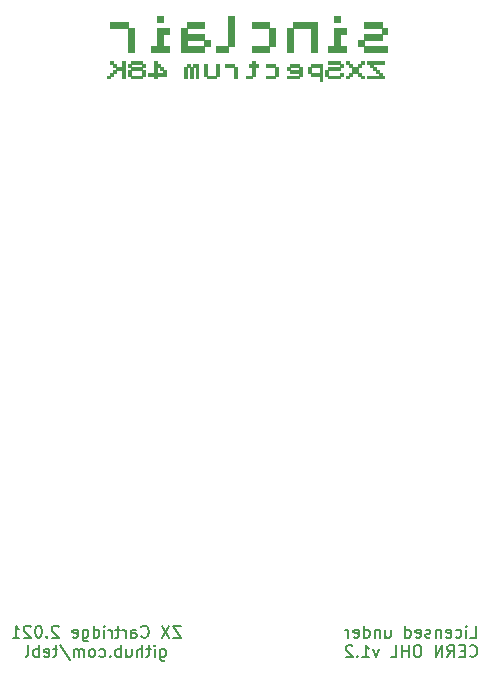
<source format=gbo>
%TF.GenerationSoftware,KiCad,Pcbnew,(5.1.8)-1*%
%TF.CreationDate,2021-03-08T19:05:33+01:00*%
%TF.ProjectId,ZX Cartridge 2021 FA1,5a582043-6172-4747-9269-646765203230,rev?*%
%TF.SameCoordinates,Original*%
%TF.FileFunction,Legend,Bot*%
%TF.FilePolarity,Positive*%
%FSLAX46Y46*%
G04 Gerber Fmt 4.6, Leading zero omitted, Abs format (unit mm)*
G04 Created by KiCad (PCBNEW (5.1.8)-1) date 2021-03-08 19:05:33*
%MOMM*%
%LPD*%
G01*
G04 APERTURE LIST*
%ADD10C,0.150000*%
%ADD11C,0.010000*%
G04 APERTURE END LIST*
D10*
X167814000Y-114562380D02*
X168290190Y-114562380D01*
X168290190Y-113562380D01*
X167480666Y-114562380D02*
X167480666Y-113895714D01*
X167480666Y-113562380D02*
X167528285Y-113610000D01*
X167480666Y-113657619D01*
X167433047Y-113610000D01*
X167480666Y-113562380D01*
X167480666Y-113657619D01*
X166575904Y-114514761D02*
X166671142Y-114562380D01*
X166861619Y-114562380D01*
X166956857Y-114514761D01*
X167004476Y-114467142D01*
X167052095Y-114371904D01*
X167052095Y-114086190D01*
X167004476Y-113990952D01*
X166956857Y-113943333D01*
X166861619Y-113895714D01*
X166671142Y-113895714D01*
X166575904Y-113943333D01*
X165766380Y-114514761D02*
X165861619Y-114562380D01*
X166052095Y-114562380D01*
X166147333Y-114514761D01*
X166194952Y-114419523D01*
X166194952Y-114038571D01*
X166147333Y-113943333D01*
X166052095Y-113895714D01*
X165861619Y-113895714D01*
X165766380Y-113943333D01*
X165718761Y-114038571D01*
X165718761Y-114133809D01*
X166194952Y-114229047D01*
X165290190Y-113895714D02*
X165290190Y-114562380D01*
X165290190Y-113990952D02*
X165242571Y-113943333D01*
X165147333Y-113895714D01*
X165004476Y-113895714D01*
X164909238Y-113943333D01*
X164861619Y-114038571D01*
X164861619Y-114562380D01*
X164433047Y-114514761D02*
X164337809Y-114562380D01*
X164147333Y-114562380D01*
X164052095Y-114514761D01*
X164004476Y-114419523D01*
X164004476Y-114371904D01*
X164052095Y-114276666D01*
X164147333Y-114229047D01*
X164290190Y-114229047D01*
X164385428Y-114181428D01*
X164433047Y-114086190D01*
X164433047Y-114038571D01*
X164385428Y-113943333D01*
X164290190Y-113895714D01*
X164147333Y-113895714D01*
X164052095Y-113943333D01*
X163194952Y-114514761D02*
X163290190Y-114562380D01*
X163480666Y-114562380D01*
X163575904Y-114514761D01*
X163623523Y-114419523D01*
X163623523Y-114038571D01*
X163575904Y-113943333D01*
X163480666Y-113895714D01*
X163290190Y-113895714D01*
X163194952Y-113943333D01*
X163147333Y-114038571D01*
X163147333Y-114133809D01*
X163623523Y-114229047D01*
X162290190Y-114562380D02*
X162290190Y-113562380D01*
X162290190Y-114514761D02*
X162385428Y-114562380D01*
X162575904Y-114562380D01*
X162671142Y-114514761D01*
X162718761Y-114467142D01*
X162766380Y-114371904D01*
X162766380Y-114086190D01*
X162718761Y-113990952D01*
X162671142Y-113943333D01*
X162575904Y-113895714D01*
X162385428Y-113895714D01*
X162290190Y-113943333D01*
X160623523Y-113895714D02*
X160623523Y-114562380D01*
X161052095Y-113895714D02*
X161052095Y-114419523D01*
X161004476Y-114514761D01*
X160909238Y-114562380D01*
X160766380Y-114562380D01*
X160671142Y-114514761D01*
X160623523Y-114467142D01*
X160147333Y-113895714D02*
X160147333Y-114562380D01*
X160147333Y-113990952D02*
X160099714Y-113943333D01*
X160004476Y-113895714D01*
X159861619Y-113895714D01*
X159766380Y-113943333D01*
X159718761Y-114038571D01*
X159718761Y-114562380D01*
X158814000Y-114562380D02*
X158814000Y-113562380D01*
X158814000Y-114514761D02*
X158909238Y-114562380D01*
X159099714Y-114562380D01*
X159194952Y-114514761D01*
X159242571Y-114467142D01*
X159290190Y-114371904D01*
X159290190Y-114086190D01*
X159242571Y-113990952D01*
X159194952Y-113943333D01*
X159099714Y-113895714D01*
X158909238Y-113895714D01*
X158814000Y-113943333D01*
X157956857Y-114514761D02*
X158052095Y-114562380D01*
X158242571Y-114562380D01*
X158337809Y-114514761D01*
X158385428Y-114419523D01*
X158385428Y-114038571D01*
X158337809Y-113943333D01*
X158242571Y-113895714D01*
X158052095Y-113895714D01*
X157956857Y-113943333D01*
X157909238Y-114038571D01*
X157909238Y-114133809D01*
X158385428Y-114229047D01*
X157480666Y-114562380D02*
X157480666Y-113895714D01*
X157480666Y-114086190D02*
X157433047Y-113990952D01*
X157385428Y-113943333D01*
X157290190Y-113895714D01*
X157194952Y-113895714D01*
X167766380Y-116117142D02*
X167814000Y-116164761D01*
X167956857Y-116212380D01*
X168052095Y-116212380D01*
X168194952Y-116164761D01*
X168290190Y-116069523D01*
X168337809Y-115974285D01*
X168385428Y-115783809D01*
X168385428Y-115640952D01*
X168337809Y-115450476D01*
X168290190Y-115355238D01*
X168194952Y-115260000D01*
X168052095Y-115212380D01*
X167956857Y-115212380D01*
X167814000Y-115260000D01*
X167766380Y-115307619D01*
X167337809Y-115688571D02*
X167004476Y-115688571D01*
X166861619Y-116212380D02*
X167337809Y-116212380D01*
X167337809Y-115212380D01*
X166861619Y-115212380D01*
X165861619Y-116212380D02*
X166194952Y-115736190D01*
X166433047Y-116212380D02*
X166433047Y-115212380D01*
X166052095Y-115212380D01*
X165956857Y-115260000D01*
X165909238Y-115307619D01*
X165861619Y-115402857D01*
X165861619Y-115545714D01*
X165909238Y-115640952D01*
X165956857Y-115688571D01*
X166052095Y-115736190D01*
X166433047Y-115736190D01*
X165433047Y-116212380D02*
X165433047Y-115212380D01*
X164861619Y-116212380D01*
X164861619Y-115212380D01*
X163433047Y-115212380D02*
X163242571Y-115212380D01*
X163147333Y-115260000D01*
X163052095Y-115355238D01*
X163004476Y-115545714D01*
X163004476Y-115879047D01*
X163052095Y-116069523D01*
X163147333Y-116164761D01*
X163242571Y-116212380D01*
X163433047Y-116212380D01*
X163528285Y-116164761D01*
X163623523Y-116069523D01*
X163671142Y-115879047D01*
X163671142Y-115545714D01*
X163623523Y-115355238D01*
X163528285Y-115260000D01*
X163433047Y-115212380D01*
X162575904Y-116212380D02*
X162575904Y-115212380D01*
X162575904Y-115688571D02*
X162004476Y-115688571D01*
X162004476Y-116212380D02*
X162004476Y-115212380D01*
X161052095Y-116212380D02*
X161528285Y-116212380D01*
X161528285Y-115212380D01*
X160052095Y-115545714D02*
X159814000Y-116212380D01*
X159575904Y-115545714D01*
X158671142Y-116212380D02*
X159242571Y-116212380D01*
X158956857Y-116212380D02*
X158956857Y-115212380D01*
X159052095Y-115355238D01*
X159147333Y-115450476D01*
X159242571Y-115498095D01*
X158242571Y-116117142D02*
X158194952Y-116164761D01*
X158242571Y-116212380D01*
X158290190Y-116164761D01*
X158242571Y-116117142D01*
X158242571Y-116212380D01*
X157814000Y-115307619D02*
X157766380Y-115260000D01*
X157671142Y-115212380D01*
X157433047Y-115212380D01*
X157337809Y-115260000D01*
X157290190Y-115307619D01*
X157242571Y-115402857D01*
X157242571Y-115498095D01*
X157290190Y-115640952D01*
X157861619Y-116212380D01*
X157242571Y-116212380D01*
X143286857Y-113562380D02*
X142620190Y-113562380D01*
X143286857Y-114562380D01*
X142620190Y-114562380D01*
X142334476Y-113562380D02*
X141667809Y-114562380D01*
X141667809Y-113562380D02*
X142334476Y-114562380D01*
X139953523Y-114467142D02*
X140001142Y-114514761D01*
X140144000Y-114562380D01*
X140239238Y-114562380D01*
X140382095Y-114514761D01*
X140477333Y-114419523D01*
X140524952Y-114324285D01*
X140572571Y-114133809D01*
X140572571Y-113990952D01*
X140524952Y-113800476D01*
X140477333Y-113705238D01*
X140382095Y-113610000D01*
X140239238Y-113562380D01*
X140144000Y-113562380D01*
X140001142Y-113610000D01*
X139953523Y-113657619D01*
X139096380Y-114562380D02*
X139096380Y-114038571D01*
X139144000Y-113943333D01*
X139239238Y-113895714D01*
X139429714Y-113895714D01*
X139524952Y-113943333D01*
X139096380Y-114514761D02*
X139191619Y-114562380D01*
X139429714Y-114562380D01*
X139524952Y-114514761D01*
X139572571Y-114419523D01*
X139572571Y-114324285D01*
X139524952Y-114229047D01*
X139429714Y-114181428D01*
X139191619Y-114181428D01*
X139096380Y-114133809D01*
X138620190Y-114562380D02*
X138620190Y-113895714D01*
X138620190Y-114086190D02*
X138572571Y-113990952D01*
X138524952Y-113943333D01*
X138429714Y-113895714D01*
X138334476Y-113895714D01*
X138144000Y-113895714D02*
X137763047Y-113895714D01*
X138001142Y-113562380D02*
X138001142Y-114419523D01*
X137953523Y-114514761D01*
X137858285Y-114562380D01*
X137763047Y-114562380D01*
X137429714Y-114562380D02*
X137429714Y-113895714D01*
X137429714Y-114086190D02*
X137382095Y-113990952D01*
X137334476Y-113943333D01*
X137239238Y-113895714D01*
X137144000Y-113895714D01*
X136810666Y-114562380D02*
X136810666Y-113895714D01*
X136810666Y-113562380D02*
X136858285Y-113610000D01*
X136810666Y-113657619D01*
X136763047Y-113610000D01*
X136810666Y-113562380D01*
X136810666Y-113657619D01*
X135905904Y-114562380D02*
X135905904Y-113562380D01*
X135905904Y-114514761D02*
X136001142Y-114562380D01*
X136191619Y-114562380D01*
X136286857Y-114514761D01*
X136334476Y-114467142D01*
X136382095Y-114371904D01*
X136382095Y-114086190D01*
X136334476Y-113990952D01*
X136286857Y-113943333D01*
X136191619Y-113895714D01*
X136001142Y-113895714D01*
X135905904Y-113943333D01*
X135001142Y-113895714D02*
X135001142Y-114705238D01*
X135048761Y-114800476D01*
X135096380Y-114848095D01*
X135191619Y-114895714D01*
X135334476Y-114895714D01*
X135429714Y-114848095D01*
X135001142Y-114514761D02*
X135096380Y-114562380D01*
X135286857Y-114562380D01*
X135382095Y-114514761D01*
X135429714Y-114467142D01*
X135477333Y-114371904D01*
X135477333Y-114086190D01*
X135429714Y-113990952D01*
X135382095Y-113943333D01*
X135286857Y-113895714D01*
X135096380Y-113895714D01*
X135001142Y-113943333D01*
X134144000Y-114514761D02*
X134239238Y-114562380D01*
X134429714Y-114562380D01*
X134524952Y-114514761D01*
X134572571Y-114419523D01*
X134572571Y-114038571D01*
X134524952Y-113943333D01*
X134429714Y-113895714D01*
X134239238Y-113895714D01*
X134144000Y-113943333D01*
X134096380Y-114038571D01*
X134096380Y-114133809D01*
X134572571Y-114229047D01*
X132953523Y-113657619D02*
X132905904Y-113610000D01*
X132810666Y-113562380D01*
X132572571Y-113562380D01*
X132477333Y-113610000D01*
X132429714Y-113657619D01*
X132382095Y-113752857D01*
X132382095Y-113848095D01*
X132429714Y-113990952D01*
X133001142Y-114562380D01*
X132382095Y-114562380D01*
X131953523Y-114467142D02*
X131905904Y-114514761D01*
X131953523Y-114562380D01*
X132001142Y-114514761D01*
X131953523Y-114467142D01*
X131953523Y-114562380D01*
X131286857Y-113562380D02*
X131191619Y-113562380D01*
X131096380Y-113610000D01*
X131048761Y-113657619D01*
X131001142Y-113752857D01*
X130953523Y-113943333D01*
X130953523Y-114181428D01*
X131001142Y-114371904D01*
X131048761Y-114467142D01*
X131096380Y-114514761D01*
X131191619Y-114562380D01*
X131286857Y-114562380D01*
X131382095Y-114514761D01*
X131429714Y-114467142D01*
X131477333Y-114371904D01*
X131524952Y-114181428D01*
X131524952Y-113943333D01*
X131477333Y-113752857D01*
X131429714Y-113657619D01*
X131382095Y-113610000D01*
X131286857Y-113562380D01*
X130572571Y-113657619D02*
X130524952Y-113610000D01*
X130429714Y-113562380D01*
X130191619Y-113562380D01*
X130096380Y-113610000D01*
X130048761Y-113657619D01*
X130001142Y-113752857D01*
X130001142Y-113848095D01*
X130048761Y-113990952D01*
X130620190Y-114562380D01*
X130001142Y-114562380D01*
X129048761Y-114562380D02*
X129620190Y-114562380D01*
X129334476Y-114562380D02*
X129334476Y-113562380D01*
X129429714Y-113705238D01*
X129524952Y-113800476D01*
X129620190Y-113848095D01*
X141548761Y-115545714D02*
X141548761Y-116355238D01*
X141596380Y-116450476D01*
X141644000Y-116498095D01*
X141739238Y-116545714D01*
X141882095Y-116545714D01*
X141977333Y-116498095D01*
X141548761Y-116164761D02*
X141644000Y-116212380D01*
X141834476Y-116212380D01*
X141929714Y-116164761D01*
X141977333Y-116117142D01*
X142024952Y-116021904D01*
X142024952Y-115736190D01*
X141977333Y-115640952D01*
X141929714Y-115593333D01*
X141834476Y-115545714D01*
X141644000Y-115545714D01*
X141548761Y-115593333D01*
X141072571Y-116212380D02*
X141072571Y-115545714D01*
X141072571Y-115212380D02*
X141120190Y-115260000D01*
X141072571Y-115307619D01*
X141024952Y-115260000D01*
X141072571Y-115212380D01*
X141072571Y-115307619D01*
X140739238Y-115545714D02*
X140358285Y-115545714D01*
X140596380Y-115212380D02*
X140596380Y-116069523D01*
X140548761Y-116164761D01*
X140453523Y-116212380D01*
X140358285Y-116212380D01*
X140024952Y-116212380D02*
X140024952Y-115212380D01*
X139596380Y-116212380D02*
X139596380Y-115688571D01*
X139644000Y-115593333D01*
X139739238Y-115545714D01*
X139882095Y-115545714D01*
X139977333Y-115593333D01*
X140024952Y-115640952D01*
X138691619Y-115545714D02*
X138691619Y-116212380D01*
X139120190Y-115545714D02*
X139120190Y-116069523D01*
X139072571Y-116164761D01*
X138977333Y-116212380D01*
X138834476Y-116212380D01*
X138739238Y-116164761D01*
X138691619Y-116117142D01*
X138215428Y-116212380D02*
X138215428Y-115212380D01*
X138215428Y-115593333D02*
X138120190Y-115545714D01*
X137929714Y-115545714D01*
X137834476Y-115593333D01*
X137786857Y-115640952D01*
X137739238Y-115736190D01*
X137739238Y-116021904D01*
X137786857Y-116117142D01*
X137834476Y-116164761D01*
X137929714Y-116212380D01*
X138120190Y-116212380D01*
X138215428Y-116164761D01*
X137310666Y-116117142D02*
X137263047Y-116164761D01*
X137310666Y-116212380D01*
X137358285Y-116164761D01*
X137310666Y-116117142D01*
X137310666Y-116212380D01*
X136405904Y-116164761D02*
X136501142Y-116212380D01*
X136691619Y-116212380D01*
X136786857Y-116164761D01*
X136834476Y-116117142D01*
X136882095Y-116021904D01*
X136882095Y-115736190D01*
X136834476Y-115640952D01*
X136786857Y-115593333D01*
X136691619Y-115545714D01*
X136501142Y-115545714D01*
X136405904Y-115593333D01*
X135834476Y-116212380D02*
X135929714Y-116164761D01*
X135977333Y-116117142D01*
X136024952Y-116021904D01*
X136024952Y-115736190D01*
X135977333Y-115640952D01*
X135929714Y-115593333D01*
X135834476Y-115545714D01*
X135691619Y-115545714D01*
X135596380Y-115593333D01*
X135548761Y-115640952D01*
X135501142Y-115736190D01*
X135501142Y-116021904D01*
X135548761Y-116117142D01*
X135596380Y-116164761D01*
X135691619Y-116212380D01*
X135834476Y-116212380D01*
X135072571Y-116212380D02*
X135072571Y-115545714D01*
X135072571Y-115640952D02*
X135024952Y-115593333D01*
X134929714Y-115545714D01*
X134786857Y-115545714D01*
X134691619Y-115593333D01*
X134644000Y-115688571D01*
X134644000Y-116212380D01*
X134644000Y-115688571D02*
X134596380Y-115593333D01*
X134501142Y-115545714D01*
X134358285Y-115545714D01*
X134263047Y-115593333D01*
X134215428Y-115688571D01*
X134215428Y-116212380D01*
X133024952Y-115164761D02*
X133882095Y-116450476D01*
X132834476Y-115545714D02*
X132453523Y-115545714D01*
X132691619Y-115212380D02*
X132691619Y-116069523D01*
X132644000Y-116164761D01*
X132548761Y-116212380D01*
X132453523Y-116212380D01*
X131739238Y-116164761D02*
X131834476Y-116212380D01*
X132024952Y-116212380D01*
X132120190Y-116164761D01*
X132167809Y-116069523D01*
X132167809Y-115688571D01*
X132120190Y-115593333D01*
X132024952Y-115545714D01*
X131834476Y-115545714D01*
X131739238Y-115593333D01*
X131691619Y-115688571D01*
X131691619Y-115783809D01*
X132167809Y-115879047D01*
X131263047Y-116212380D02*
X131263047Y-115212380D01*
X131263047Y-115593333D02*
X131167809Y-115545714D01*
X130977333Y-115545714D01*
X130882095Y-115593333D01*
X130834476Y-115640952D01*
X130786857Y-115736190D01*
X130786857Y-116021904D01*
X130834476Y-116117142D01*
X130882095Y-116164761D01*
X130977333Y-116212380D01*
X131167809Y-116212380D01*
X131263047Y-116164761D01*
X130215428Y-116212380D02*
X130310666Y-116164761D01*
X130358285Y-116069523D01*
X130358285Y-115212380D01*
D11*
%TO.C,E*%
G36*
X155290000Y-67226000D02*
G01*
X155040000Y-67226000D01*
X155040000Y-67476000D01*
X155290000Y-67476000D01*
X155290000Y-67226000D01*
G37*
X155290000Y-67226000D02*
X155040000Y-67226000D01*
X155040000Y-67476000D01*
X155290000Y-67476000D01*
X155290000Y-67226000D01*
G36*
X137290000Y-66976000D02*
G01*
X137040000Y-66976000D01*
X137040000Y-67226000D01*
X137290000Y-67226000D01*
X137290000Y-66976000D01*
G37*
X137290000Y-66976000D02*
X137040000Y-66976000D01*
X137040000Y-67226000D01*
X137290000Y-67226000D01*
X137290000Y-66976000D01*
G36*
X138540000Y-66976000D02*
G01*
X138290000Y-66976000D01*
X138290000Y-67226000D01*
X138540000Y-67226000D01*
X138540000Y-66976000D01*
G37*
X138540000Y-66976000D02*
X138290000Y-66976000D01*
X138290000Y-67226000D01*
X138540000Y-67226000D01*
X138540000Y-66976000D01*
G36*
X139290000Y-66976000D02*
G01*
X139040000Y-66976000D01*
X139040000Y-67226000D01*
X139290000Y-67226000D01*
X139290000Y-66976000D01*
G37*
X139290000Y-66976000D02*
X139040000Y-66976000D01*
X139040000Y-67226000D01*
X139290000Y-67226000D01*
X139290000Y-66976000D01*
G36*
X139540000Y-66976000D02*
G01*
X139290000Y-66976000D01*
X139290000Y-67226000D01*
X139540000Y-67226000D01*
X139540000Y-66976000D01*
G37*
X139540000Y-66976000D02*
X139290000Y-66976000D01*
X139290000Y-67226000D01*
X139540000Y-67226000D01*
X139540000Y-66976000D01*
G36*
X139790000Y-66976000D02*
G01*
X139540000Y-66976000D01*
X139540000Y-67226000D01*
X139790000Y-67226000D01*
X139790000Y-66976000D01*
G37*
X139790000Y-66976000D02*
X139540000Y-66976000D01*
X139540000Y-67226000D01*
X139790000Y-67226000D01*
X139790000Y-66976000D01*
G36*
X140040000Y-66976000D02*
G01*
X139790000Y-66976000D01*
X139790000Y-67226000D01*
X140040000Y-67226000D01*
X140040000Y-66976000D01*
G37*
X140040000Y-66976000D02*
X139790000Y-66976000D01*
X139790000Y-67226000D01*
X140040000Y-67226000D01*
X140040000Y-66976000D01*
G36*
X141290000Y-66976000D02*
G01*
X141040000Y-66976000D01*
X141040000Y-67226000D01*
X141290000Y-67226000D01*
X141290000Y-66976000D01*
G37*
X141290000Y-66976000D02*
X141040000Y-66976000D01*
X141040000Y-67226000D01*
X141290000Y-67226000D01*
X141290000Y-66976000D01*
G36*
X143790000Y-66976000D02*
G01*
X143540000Y-66976000D01*
X143540000Y-67226000D01*
X143790000Y-67226000D01*
X143790000Y-66976000D01*
G37*
X143790000Y-66976000D02*
X143540000Y-66976000D01*
X143540000Y-67226000D01*
X143790000Y-67226000D01*
X143790000Y-66976000D01*
G36*
X144290000Y-66976000D02*
G01*
X144040000Y-66976000D01*
X144040000Y-67226000D01*
X144290000Y-67226000D01*
X144290000Y-66976000D01*
G37*
X144290000Y-66976000D02*
X144040000Y-66976000D01*
X144040000Y-67226000D01*
X144290000Y-67226000D01*
X144290000Y-66976000D01*
G36*
X144790000Y-66976000D02*
G01*
X144540000Y-66976000D01*
X144540000Y-67226000D01*
X144790000Y-67226000D01*
X144790000Y-66976000D01*
G37*
X144790000Y-66976000D02*
X144540000Y-66976000D01*
X144540000Y-67226000D01*
X144790000Y-67226000D01*
X144790000Y-66976000D01*
G36*
X145790000Y-66976000D02*
G01*
X145540000Y-66976000D01*
X145540000Y-67226000D01*
X145790000Y-67226000D01*
X145790000Y-66976000D01*
G37*
X145790000Y-66976000D02*
X145540000Y-66976000D01*
X145540000Y-67226000D01*
X145790000Y-67226000D01*
X145790000Y-66976000D01*
G36*
X146040000Y-66976000D02*
G01*
X145790000Y-66976000D01*
X145790000Y-67226000D01*
X146040000Y-67226000D01*
X146040000Y-66976000D01*
G37*
X146040000Y-66976000D02*
X145790000Y-66976000D01*
X145790000Y-67226000D01*
X146040000Y-67226000D01*
X146040000Y-66976000D01*
G36*
X146290000Y-66976000D02*
G01*
X146040000Y-66976000D01*
X146040000Y-67226000D01*
X146290000Y-67226000D01*
X146290000Y-66976000D01*
G37*
X146290000Y-66976000D02*
X146040000Y-66976000D01*
X146040000Y-67226000D01*
X146290000Y-67226000D01*
X146290000Y-66976000D01*
G36*
X148040000Y-66976000D02*
G01*
X147790000Y-66976000D01*
X147790000Y-67226000D01*
X148040000Y-67226000D01*
X148040000Y-66976000D01*
G37*
X148040000Y-66976000D02*
X147790000Y-66976000D01*
X147790000Y-67226000D01*
X148040000Y-67226000D01*
X148040000Y-66976000D01*
G36*
X149040000Y-66976000D02*
G01*
X148790000Y-66976000D01*
X148790000Y-67226000D01*
X149040000Y-67226000D01*
X149040000Y-66976000D01*
G37*
X149040000Y-66976000D02*
X148790000Y-66976000D01*
X148790000Y-67226000D01*
X149040000Y-67226000D01*
X149040000Y-66976000D01*
G36*
X149290000Y-66976000D02*
G01*
X149040000Y-66976000D01*
X149040000Y-67226000D01*
X149290000Y-67226000D01*
X149290000Y-66976000D01*
G37*
X149290000Y-66976000D02*
X149040000Y-66976000D01*
X149040000Y-67226000D01*
X149290000Y-67226000D01*
X149290000Y-66976000D01*
G36*
X150790000Y-66976000D02*
G01*
X150540000Y-66976000D01*
X150540000Y-67226000D01*
X150790000Y-67226000D01*
X150790000Y-66976000D01*
G37*
X150790000Y-66976000D02*
X150540000Y-66976000D01*
X150540000Y-67226000D01*
X150790000Y-67226000D01*
X150790000Y-66976000D01*
G36*
X151040000Y-66976000D02*
G01*
X150790000Y-66976000D01*
X150790000Y-67226000D01*
X151040000Y-67226000D01*
X151040000Y-66976000D01*
G37*
X151040000Y-66976000D02*
X150790000Y-66976000D01*
X150790000Y-67226000D01*
X151040000Y-67226000D01*
X151040000Y-66976000D01*
G36*
X151290000Y-66976000D02*
G01*
X151040000Y-66976000D01*
X151040000Y-67226000D01*
X151290000Y-67226000D01*
X151290000Y-66976000D01*
G37*
X151290000Y-66976000D02*
X151040000Y-66976000D01*
X151040000Y-67226000D01*
X151290000Y-67226000D01*
X151290000Y-66976000D01*
G36*
X152540000Y-66976000D02*
G01*
X152290000Y-66976000D01*
X152290000Y-67226000D01*
X152540000Y-67226000D01*
X152540000Y-66976000D01*
G37*
X152540000Y-66976000D02*
X152290000Y-66976000D01*
X152290000Y-67226000D01*
X152540000Y-67226000D01*
X152540000Y-66976000D01*
G36*
X152790000Y-66976000D02*
G01*
X152540000Y-66976000D01*
X152540000Y-67226000D01*
X152790000Y-67226000D01*
X152790000Y-66976000D01*
G37*
X152790000Y-66976000D02*
X152540000Y-66976000D01*
X152540000Y-67226000D01*
X152790000Y-67226000D01*
X152790000Y-66976000D01*
G36*
X153040000Y-66976000D02*
G01*
X152790000Y-66976000D01*
X152790000Y-67226000D01*
X153040000Y-67226000D01*
X153040000Y-66976000D01*
G37*
X153040000Y-66976000D02*
X152790000Y-66976000D01*
X152790000Y-67226000D01*
X153040000Y-67226000D01*
X153040000Y-66976000D01*
G36*
X153290000Y-66976000D02*
G01*
X153040000Y-66976000D01*
X153040000Y-67226000D01*
X153290000Y-67226000D01*
X153290000Y-66976000D01*
G37*
X153290000Y-66976000D02*
X153040000Y-66976000D01*
X153040000Y-67226000D01*
X153290000Y-67226000D01*
X153290000Y-66976000D01*
G36*
X155290000Y-66976000D02*
G01*
X155040000Y-66976000D01*
X155040000Y-67226000D01*
X155290000Y-67226000D01*
X155290000Y-66976000D01*
G37*
X155290000Y-66976000D02*
X155040000Y-66976000D01*
X155040000Y-67226000D01*
X155290000Y-67226000D01*
X155290000Y-66976000D01*
G36*
X156040000Y-66976000D02*
G01*
X155790000Y-66976000D01*
X155790000Y-67226000D01*
X156040000Y-67226000D01*
X156040000Y-66976000D01*
G37*
X156040000Y-66976000D02*
X155790000Y-66976000D01*
X155790000Y-67226000D01*
X156040000Y-67226000D01*
X156040000Y-66976000D01*
G36*
X156290000Y-66976000D02*
G01*
X156040000Y-66976000D01*
X156040000Y-67226000D01*
X156290000Y-67226000D01*
X156290000Y-66976000D01*
G37*
X156290000Y-66976000D02*
X156040000Y-66976000D01*
X156040000Y-67226000D01*
X156290000Y-67226000D01*
X156290000Y-66976000D01*
G36*
X156540000Y-66976000D02*
G01*
X156290000Y-66976000D01*
X156290000Y-67226000D01*
X156540000Y-67226000D01*
X156540000Y-66976000D01*
G37*
X156540000Y-66976000D02*
X156290000Y-66976000D01*
X156290000Y-67226000D01*
X156540000Y-67226000D01*
X156540000Y-66976000D01*
G36*
X156790000Y-66976000D02*
G01*
X156540000Y-66976000D01*
X156540000Y-67226000D01*
X156790000Y-67226000D01*
X156790000Y-66976000D01*
G37*
X156790000Y-66976000D02*
X156540000Y-66976000D01*
X156540000Y-67226000D01*
X156790000Y-67226000D01*
X156790000Y-66976000D01*
G36*
X157540000Y-66976000D02*
G01*
X157290000Y-66976000D01*
X157290000Y-67226000D01*
X157540000Y-67226000D01*
X157540000Y-66976000D01*
G37*
X157540000Y-66976000D02*
X157290000Y-66976000D01*
X157290000Y-67226000D01*
X157540000Y-67226000D01*
X157540000Y-66976000D01*
G36*
X158790000Y-66976000D02*
G01*
X158540000Y-66976000D01*
X158540000Y-67226000D01*
X158790000Y-67226000D01*
X158790000Y-66976000D01*
G37*
X158790000Y-66976000D02*
X158540000Y-66976000D01*
X158540000Y-67226000D01*
X158790000Y-67226000D01*
X158790000Y-66976000D01*
G36*
X159290000Y-66976000D02*
G01*
X159040000Y-66976000D01*
X159040000Y-67226000D01*
X159290000Y-67226000D01*
X159290000Y-66976000D01*
G37*
X159290000Y-66976000D02*
X159040000Y-66976000D01*
X159040000Y-67226000D01*
X159290000Y-67226000D01*
X159290000Y-66976000D01*
G36*
X159540000Y-66976000D02*
G01*
X159290000Y-66976000D01*
X159290000Y-67226000D01*
X159540000Y-67226000D01*
X159540000Y-66976000D01*
G37*
X159540000Y-66976000D02*
X159290000Y-66976000D01*
X159290000Y-67226000D01*
X159540000Y-67226000D01*
X159540000Y-66976000D01*
G36*
X159790000Y-66976000D02*
G01*
X159540000Y-66976000D01*
X159540000Y-67226000D01*
X159790000Y-67226000D01*
X159790000Y-66976000D01*
G37*
X159790000Y-66976000D02*
X159540000Y-66976000D01*
X159540000Y-67226000D01*
X159790000Y-67226000D01*
X159790000Y-66976000D01*
G36*
X160040000Y-66976000D02*
G01*
X159790000Y-66976000D01*
X159790000Y-67226000D01*
X160040000Y-67226000D01*
X160040000Y-66976000D01*
G37*
X160040000Y-66976000D02*
X159790000Y-66976000D01*
X159790000Y-67226000D01*
X160040000Y-67226000D01*
X160040000Y-66976000D01*
G36*
X160290000Y-66976000D02*
G01*
X160040000Y-66976000D01*
X160040000Y-67226000D01*
X160290000Y-67226000D01*
X160290000Y-66976000D01*
G37*
X160290000Y-66976000D02*
X160040000Y-66976000D01*
X160040000Y-67226000D01*
X160290000Y-67226000D01*
X160290000Y-66976000D01*
G36*
X160540000Y-66976000D02*
G01*
X160290000Y-66976000D01*
X160290000Y-67226000D01*
X160540000Y-67226000D01*
X160540000Y-66976000D01*
G37*
X160540000Y-66976000D02*
X160290000Y-66976000D01*
X160290000Y-67226000D01*
X160540000Y-67226000D01*
X160540000Y-66976000D01*
G36*
X137540000Y-66726000D02*
G01*
X137290000Y-66726000D01*
X137290000Y-66976000D01*
X137540000Y-66976000D01*
X137540000Y-66726000D01*
G37*
X137540000Y-66726000D02*
X137290000Y-66726000D01*
X137290000Y-66976000D01*
X137540000Y-66976000D01*
X137540000Y-66726000D01*
G36*
X138540000Y-66726000D02*
G01*
X138290000Y-66726000D01*
X138290000Y-66976000D01*
X138540000Y-66976000D01*
X138540000Y-66726000D01*
G37*
X138540000Y-66726000D02*
X138290000Y-66726000D01*
X138290000Y-66976000D01*
X138540000Y-66976000D01*
X138540000Y-66726000D01*
G36*
X139040000Y-66726000D02*
G01*
X138790000Y-66726000D01*
X138790000Y-66976000D01*
X139040000Y-66976000D01*
X139040000Y-66726000D01*
G37*
X139040000Y-66726000D02*
X138790000Y-66726000D01*
X138790000Y-66976000D01*
X139040000Y-66976000D01*
X139040000Y-66726000D01*
G36*
X140290000Y-66726000D02*
G01*
X140040000Y-66726000D01*
X140040000Y-66976000D01*
X140290000Y-66976000D01*
X140290000Y-66726000D01*
G37*
X140290000Y-66726000D02*
X140040000Y-66726000D01*
X140040000Y-66976000D01*
X140290000Y-66976000D01*
X140290000Y-66726000D01*
G36*
X140790000Y-66726000D02*
G01*
X140540000Y-66726000D01*
X140540000Y-66976000D01*
X140790000Y-66976000D01*
X140790000Y-66726000D01*
G37*
X140790000Y-66726000D02*
X140540000Y-66726000D01*
X140540000Y-66976000D01*
X140790000Y-66976000D01*
X140790000Y-66726000D01*
G36*
X141040000Y-66726000D02*
G01*
X140790000Y-66726000D01*
X140790000Y-66976000D01*
X141040000Y-66976000D01*
X141040000Y-66726000D01*
G37*
X141040000Y-66726000D02*
X140790000Y-66726000D01*
X140790000Y-66976000D01*
X141040000Y-66976000D01*
X141040000Y-66726000D01*
G36*
X141290000Y-66726000D02*
G01*
X141040000Y-66726000D01*
X141040000Y-66976000D01*
X141290000Y-66976000D01*
X141290000Y-66726000D01*
G37*
X141290000Y-66726000D02*
X141040000Y-66726000D01*
X141040000Y-66976000D01*
X141290000Y-66976000D01*
X141290000Y-66726000D01*
G36*
X141540000Y-66726000D02*
G01*
X141290000Y-66726000D01*
X141290000Y-66976000D01*
X141540000Y-66976000D01*
X141540000Y-66726000D01*
G37*
X141540000Y-66726000D02*
X141290000Y-66726000D01*
X141290000Y-66976000D01*
X141540000Y-66976000D01*
X141540000Y-66726000D01*
G36*
X141790000Y-66726000D02*
G01*
X141540000Y-66726000D01*
X141540000Y-66976000D01*
X141790000Y-66976000D01*
X141790000Y-66726000D01*
G37*
X141790000Y-66726000D02*
X141540000Y-66726000D01*
X141540000Y-66976000D01*
X141790000Y-66976000D01*
X141790000Y-66726000D01*
G36*
X142040000Y-66726000D02*
G01*
X141790000Y-66726000D01*
X141790000Y-66976000D01*
X142040000Y-66976000D01*
X142040000Y-66726000D01*
G37*
X142040000Y-66726000D02*
X141790000Y-66726000D01*
X141790000Y-66976000D01*
X142040000Y-66976000D01*
X142040000Y-66726000D01*
G36*
X143790000Y-66726000D02*
G01*
X143540000Y-66726000D01*
X143540000Y-66976000D01*
X143790000Y-66976000D01*
X143790000Y-66726000D01*
G37*
X143790000Y-66726000D02*
X143540000Y-66726000D01*
X143540000Y-66976000D01*
X143790000Y-66976000D01*
X143790000Y-66726000D01*
G36*
X144290000Y-66726000D02*
G01*
X144040000Y-66726000D01*
X144040000Y-66976000D01*
X144290000Y-66976000D01*
X144290000Y-66726000D01*
G37*
X144290000Y-66726000D02*
X144040000Y-66726000D01*
X144040000Y-66976000D01*
X144290000Y-66976000D01*
X144290000Y-66726000D01*
G36*
X144790000Y-66726000D02*
G01*
X144540000Y-66726000D01*
X144540000Y-66976000D01*
X144790000Y-66976000D01*
X144790000Y-66726000D01*
G37*
X144790000Y-66726000D02*
X144540000Y-66726000D01*
X144540000Y-66976000D01*
X144790000Y-66976000D01*
X144790000Y-66726000D01*
G36*
X145540000Y-66726000D02*
G01*
X145290000Y-66726000D01*
X145290000Y-66976000D01*
X145540000Y-66976000D01*
X145540000Y-66726000D01*
G37*
X145540000Y-66726000D02*
X145290000Y-66726000D01*
X145290000Y-66976000D01*
X145540000Y-66976000D01*
X145540000Y-66726000D01*
G36*
X146540000Y-66726000D02*
G01*
X146290000Y-66726000D01*
X146290000Y-66976000D01*
X146540000Y-66976000D01*
X146540000Y-66726000D01*
G37*
X146540000Y-66726000D02*
X146290000Y-66726000D01*
X146290000Y-66976000D01*
X146540000Y-66976000D01*
X146540000Y-66726000D01*
G36*
X148040000Y-66726000D02*
G01*
X147790000Y-66726000D01*
X147790000Y-66976000D01*
X148040000Y-66976000D01*
X148040000Y-66726000D01*
G37*
X148040000Y-66726000D02*
X147790000Y-66726000D01*
X147790000Y-66976000D01*
X148040000Y-66976000D01*
X148040000Y-66726000D01*
G36*
X149540000Y-66726000D02*
G01*
X149290000Y-66726000D01*
X149290000Y-66976000D01*
X149540000Y-66976000D01*
X149540000Y-66726000D01*
G37*
X149540000Y-66726000D02*
X149290000Y-66726000D01*
X149290000Y-66976000D01*
X149540000Y-66976000D01*
X149540000Y-66726000D01*
G36*
X151540000Y-66726000D02*
G01*
X151290000Y-66726000D01*
X151290000Y-66976000D01*
X151540000Y-66976000D01*
X151540000Y-66726000D01*
G37*
X151540000Y-66726000D02*
X151290000Y-66726000D01*
X151290000Y-66976000D01*
X151540000Y-66976000D01*
X151540000Y-66726000D01*
G36*
X153540000Y-66726000D02*
G01*
X153290000Y-66726000D01*
X153290000Y-66976000D01*
X153540000Y-66976000D01*
X153540000Y-66726000D01*
G37*
X153540000Y-66726000D02*
X153290000Y-66726000D01*
X153290000Y-66976000D01*
X153540000Y-66976000D01*
X153540000Y-66726000D01*
G36*
X154540000Y-66726000D02*
G01*
X154290000Y-66726000D01*
X154290000Y-66976000D01*
X154540000Y-66976000D01*
X154540000Y-66726000D01*
G37*
X154540000Y-66726000D02*
X154290000Y-66726000D01*
X154290000Y-66976000D01*
X154540000Y-66976000D01*
X154540000Y-66726000D01*
G36*
X154790000Y-66726000D02*
G01*
X154540000Y-66726000D01*
X154540000Y-66976000D01*
X154790000Y-66976000D01*
X154790000Y-66726000D01*
G37*
X154790000Y-66726000D02*
X154540000Y-66726000D01*
X154540000Y-66976000D01*
X154790000Y-66976000D01*
X154790000Y-66726000D01*
G36*
X155040000Y-66726000D02*
G01*
X154790000Y-66726000D01*
X154790000Y-66976000D01*
X155040000Y-66976000D01*
X155040000Y-66726000D01*
G37*
X155040000Y-66726000D02*
X154790000Y-66726000D01*
X154790000Y-66976000D01*
X155040000Y-66976000D01*
X155040000Y-66726000D01*
G36*
X155290000Y-66726000D02*
G01*
X155040000Y-66726000D01*
X155040000Y-66976000D01*
X155290000Y-66976000D01*
X155290000Y-66726000D01*
G37*
X155290000Y-66726000D02*
X155040000Y-66726000D01*
X155040000Y-66976000D01*
X155290000Y-66976000D01*
X155290000Y-66726000D01*
G36*
X155790000Y-66726000D02*
G01*
X155540000Y-66726000D01*
X155540000Y-66976000D01*
X155790000Y-66976000D01*
X155790000Y-66726000D01*
G37*
X155790000Y-66726000D02*
X155540000Y-66726000D01*
X155540000Y-66976000D01*
X155790000Y-66976000D01*
X155790000Y-66726000D01*
G36*
X157040000Y-66726000D02*
G01*
X156790000Y-66726000D01*
X156790000Y-66976000D01*
X157040000Y-66976000D01*
X157040000Y-66726000D01*
G37*
X157040000Y-66726000D02*
X156790000Y-66726000D01*
X156790000Y-66976000D01*
X157040000Y-66976000D01*
X157040000Y-66726000D01*
G36*
X157790000Y-66726000D02*
G01*
X157540000Y-66726000D01*
X157540000Y-66976000D01*
X157790000Y-66976000D01*
X157790000Y-66726000D01*
G37*
X157790000Y-66726000D02*
X157540000Y-66726000D01*
X157540000Y-66976000D01*
X157790000Y-66976000D01*
X157790000Y-66726000D01*
G36*
X158540000Y-66726000D02*
G01*
X158290000Y-66726000D01*
X158290000Y-66976000D01*
X158540000Y-66976000D01*
X158540000Y-66726000D01*
G37*
X158540000Y-66726000D02*
X158290000Y-66726000D01*
X158290000Y-66976000D01*
X158540000Y-66976000D01*
X158540000Y-66726000D01*
G36*
X160290000Y-66726000D02*
G01*
X160040000Y-66726000D01*
X160040000Y-66976000D01*
X160290000Y-66976000D01*
X160290000Y-66726000D01*
G37*
X160290000Y-66726000D02*
X160040000Y-66726000D01*
X160040000Y-66976000D01*
X160290000Y-66976000D01*
X160290000Y-66726000D01*
G36*
X137790000Y-66476000D02*
G01*
X137540000Y-66476000D01*
X137540000Y-66726000D01*
X137790000Y-66726000D01*
X137790000Y-66476000D01*
G37*
X137790000Y-66476000D02*
X137540000Y-66476000D01*
X137540000Y-66726000D01*
X137790000Y-66726000D01*
X137790000Y-66476000D01*
G36*
X138540000Y-66476000D02*
G01*
X138290000Y-66476000D01*
X138290000Y-66726000D01*
X138540000Y-66726000D01*
X138540000Y-66476000D01*
G37*
X138540000Y-66476000D02*
X138290000Y-66476000D01*
X138290000Y-66726000D01*
X138540000Y-66726000D01*
X138540000Y-66476000D01*
G36*
X139040000Y-66476000D02*
G01*
X138790000Y-66476000D01*
X138790000Y-66726000D01*
X139040000Y-66726000D01*
X139040000Y-66476000D01*
G37*
X139040000Y-66476000D02*
X138790000Y-66476000D01*
X138790000Y-66726000D01*
X139040000Y-66726000D01*
X139040000Y-66476000D01*
G36*
X140290000Y-66476000D02*
G01*
X140040000Y-66476000D01*
X140040000Y-66726000D01*
X140290000Y-66726000D01*
X140290000Y-66476000D01*
G37*
X140290000Y-66476000D02*
X140040000Y-66476000D01*
X140040000Y-66726000D01*
X140290000Y-66726000D01*
X140290000Y-66476000D01*
G36*
X141290000Y-66476000D02*
G01*
X141040000Y-66476000D01*
X141040000Y-66726000D01*
X141290000Y-66726000D01*
X141290000Y-66476000D01*
G37*
X141290000Y-66476000D02*
X141040000Y-66476000D01*
X141040000Y-66726000D01*
X141290000Y-66726000D01*
X141290000Y-66476000D01*
G36*
X142040000Y-66476000D02*
G01*
X141790000Y-66476000D01*
X141790000Y-66726000D01*
X142040000Y-66726000D01*
X142040000Y-66476000D01*
G37*
X142040000Y-66476000D02*
X141790000Y-66476000D01*
X141790000Y-66726000D01*
X142040000Y-66726000D01*
X142040000Y-66476000D01*
G36*
X143790000Y-66476000D02*
G01*
X143540000Y-66476000D01*
X143540000Y-66726000D01*
X143790000Y-66726000D01*
X143790000Y-66476000D01*
G37*
X143790000Y-66476000D02*
X143540000Y-66476000D01*
X143540000Y-66726000D01*
X143790000Y-66726000D01*
X143790000Y-66476000D01*
G36*
X144290000Y-66476000D02*
G01*
X144040000Y-66476000D01*
X144040000Y-66726000D01*
X144290000Y-66726000D01*
X144290000Y-66476000D01*
G37*
X144290000Y-66476000D02*
X144040000Y-66476000D01*
X144040000Y-66726000D01*
X144290000Y-66726000D01*
X144290000Y-66476000D01*
G36*
X144790000Y-66476000D02*
G01*
X144540000Y-66476000D01*
X144540000Y-66726000D01*
X144790000Y-66726000D01*
X144790000Y-66476000D01*
G37*
X144790000Y-66476000D02*
X144540000Y-66476000D01*
X144540000Y-66726000D01*
X144790000Y-66726000D01*
X144790000Y-66476000D01*
G36*
X145540000Y-66476000D02*
G01*
X145290000Y-66476000D01*
X145290000Y-66726000D01*
X145540000Y-66726000D01*
X145540000Y-66476000D01*
G37*
X145540000Y-66476000D02*
X145290000Y-66476000D01*
X145290000Y-66726000D01*
X145540000Y-66726000D01*
X145540000Y-66476000D01*
G36*
X146540000Y-66476000D02*
G01*
X146290000Y-66476000D01*
X146290000Y-66726000D01*
X146540000Y-66726000D01*
X146540000Y-66476000D01*
G37*
X146540000Y-66476000D02*
X146290000Y-66476000D01*
X146290000Y-66726000D01*
X146540000Y-66726000D01*
X146540000Y-66476000D01*
G36*
X148040000Y-66476000D02*
G01*
X147790000Y-66476000D01*
X147790000Y-66726000D01*
X148040000Y-66726000D01*
X148040000Y-66476000D01*
G37*
X148040000Y-66476000D02*
X147790000Y-66476000D01*
X147790000Y-66726000D01*
X148040000Y-66726000D01*
X148040000Y-66476000D01*
G36*
X149540000Y-66476000D02*
G01*
X149290000Y-66476000D01*
X149290000Y-66726000D01*
X149540000Y-66726000D01*
X149540000Y-66476000D01*
G37*
X149540000Y-66476000D02*
X149290000Y-66476000D01*
X149290000Y-66726000D01*
X149540000Y-66726000D01*
X149540000Y-66476000D01*
G36*
X151540000Y-66476000D02*
G01*
X151290000Y-66476000D01*
X151290000Y-66726000D01*
X151540000Y-66726000D01*
X151540000Y-66476000D01*
G37*
X151540000Y-66476000D02*
X151290000Y-66476000D01*
X151290000Y-66726000D01*
X151540000Y-66726000D01*
X151540000Y-66476000D01*
G36*
X152790000Y-66476000D02*
G01*
X152540000Y-66476000D01*
X152540000Y-66726000D01*
X152790000Y-66726000D01*
X152790000Y-66476000D01*
G37*
X152790000Y-66476000D02*
X152540000Y-66476000D01*
X152540000Y-66726000D01*
X152790000Y-66726000D01*
X152790000Y-66476000D01*
G36*
X153040000Y-66476000D02*
G01*
X152790000Y-66476000D01*
X152790000Y-66726000D01*
X153040000Y-66726000D01*
X153040000Y-66476000D01*
G37*
X153040000Y-66476000D02*
X152790000Y-66476000D01*
X152790000Y-66726000D01*
X153040000Y-66726000D01*
X153040000Y-66476000D01*
G36*
X153290000Y-66476000D02*
G01*
X153040000Y-66476000D01*
X153040000Y-66726000D01*
X153290000Y-66726000D01*
X153290000Y-66476000D01*
G37*
X153290000Y-66476000D02*
X153040000Y-66476000D01*
X153040000Y-66726000D01*
X153290000Y-66726000D01*
X153290000Y-66476000D01*
G36*
X153540000Y-66476000D02*
G01*
X153290000Y-66476000D01*
X153290000Y-66726000D01*
X153540000Y-66726000D01*
X153540000Y-66476000D01*
G37*
X153540000Y-66476000D02*
X153290000Y-66476000D01*
X153290000Y-66726000D01*
X153540000Y-66726000D01*
X153540000Y-66476000D01*
G36*
X154290000Y-66476000D02*
G01*
X154040000Y-66476000D01*
X154040000Y-66726000D01*
X154290000Y-66726000D01*
X154290000Y-66476000D01*
G37*
X154290000Y-66476000D02*
X154040000Y-66476000D01*
X154040000Y-66726000D01*
X154290000Y-66726000D01*
X154290000Y-66476000D01*
G36*
X155290000Y-66476000D02*
G01*
X155040000Y-66476000D01*
X155040000Y-66726000D01*
X155290000Y-66726000D01*
X155290000Y-66476000D01*
G37*
X155290000Y-66476000D02*
X155040000Y-66476000D01*
X155040000Y-66726000D01*
X155290000Y-66726000D01*
X155290000Y-66476000D01*
G36*
X155790000Y-66476000D02*
G01*
X155540000Y-66476000D01*
X155540000Y-66726000D01*
X155790000Y-66726000D01*
X155790000Y-66476000D01*
G37*
X155790000Y-66476000D02*
X155540000Y-66476000D01*
X155540000Y-66726000D01*
X155790000Y-66726000D01*
X155790000Y-66476000D01*
G36*
X158040000Y-66476000D02*
G01*
X157790000Y-66476000D01*
X157790000Y-66726000D01*
X158040000Y-66726000D01*
X158040000Y-66476000D01*
G37*
X158040000Y-66476000D02*
X157790000Y-66476000D01*
X157790000Y-66726000D01*
X158040000Y-66726000D01*
X158040000Y-66476000D01*
G36*
X158290000Y-66476000D02*
G01*
X158040000Y-66476000D01*
X158040000Y-66726000D01*
X158290000Y-66726000D01*
X158290000Y-66476000D01*
G37*
X158290000Y-66476000D02*
X158040000Y-66476000D01*
X158040000Y-66726000D01*
X158290000Y-66726000D01*
X158290000Y-66476000D01*
G36*
X160040000Y-66476000D02*
G01*
X159790000Y-66476000D01*
X159790000Y-66726000D01*
X160040000Y-66726000D01*
X160040000Y-66476000D01*
G37*
X160040000Y-66476000D02*
X159790000Y-66476000D01*
X159790000Y-66726000D01*
X160040000Y-66726000D01*
X160040000Y-66476000D01*
G36*
X138040000Y-66226000D02*
G01*
X137790000Y-66226000D01*
X137790000Y-66476000D01*
X138040000Y-66476000D01*
X138040000Y-66226000D01*
G37*
X138040000Y-66226000D02*
X137790000Y-66226000D01*
X137790000Y-66476000D01*
X138040000Y-66476000D01*
X138040000Y-66226000D01*
G36*
X138290000Y-66226000D02*
G01*
X138040000Y-66226000D01*
X138040000Y-66476000D01*
X138290000Y-66476000D01*
X138290000Y-66226000D01*
G37*
X138290000Y-66226000D02*
X138040000Y-66226000D01*
X138040000Y-66476000D01*
X138290000Y-66476000D01*
X138290000Y-66226000D01*
G36*
X138540000Y-66226000D02*
G01*
X138290000Y-66226000D01*
X138290000Y-66476000D01*
X138540000Y-66476000D01*
X138540000Y-66226000D01*
G37*
X138540000Y-66226000D02*
X138290000Y-66226000D01*
X138290000Y-66476000D01*
X138540000Y-66476000D01*
X138540000Y-66226000D01*
G36*
X139290000Y-66226000D02*
G01*
X139040000Y-66226000D01*
X139040000Y-66476000D01*
X139290000Y-66476000D01*
X139290000Y-66226000D01*
G37*
X139290000Y-66226000D02*
X139040000Y-66226000D01*
X139040000Y-66476000D01*
X139290000Y-66476000D01*
X139290000Y-66226000D01*
G36*
X139540000Y-66226000D02*
G01*
X139290000Y-66226000D01*
X139290000Y-66476000D01*
X139540000Y-66476000D01*
X139540000Y-66226000D01*
G37*
X139540000Y-66226000D02*
X139290000Y-66226000D01*
X139290000Y-66476000D01*
X139540000Y-66476000D01*
X139540000Y-66226000D01*
G36*
X139790000Y-66226000D02*
G01*
X139540000Y-66226000D01*
X139540000Y-66476000D01*
X139790000Y-66476000D01*
X139790000Y-66226000D01*
G37*
X139790000Y-66226000D02*
X139540000Y-66226000D01*
X139540000Y-66476000D01*
X139790000Y-66476000D01*
X139790000Y-66226000D01*
G36*
X140040000Y-66226000D02*
G01*
X139790000Y-66226000D01*
X139790000Y-66476000D01*
X140040000Y-66476000D01*
X140040000Y-66226000D01*
G37*
X140040000Y-66226000D02*
X139790000Y-66226000D01*
X139790000Y-66476000D01*
X140040000Y-66476000D01*
X140040000Y-66226000D01*
G36*
X141290000Y-66226000D02*
G01*
X141040000Y-66226000D01*
X141040000Y-66476000D01*
X141290000Y-66476000D01*
X141290000Y-66226000D01*
G37*
X141290000Y-66226000D02*
X141040000Y-66226000D01*
X141040000Y-66476000D01*
X141290000Y-66476000D01*
X141290000Y-66226000D01*
G36*
X141790000Y-66226000D02*
G01*
X141540000Y-66226000D01*
X141540000Y-66476000D01*
X141790000Y-66476000D01*
X141790000Y-66226000D01*
G37*
X141790000Y-66226000D02*
X141540000Y-66226000D01*
X141540000Y-66476000D01*
X141790000Y-66476000D01*
X141790000Y-66226000D01*
G36*
X143790000Y-66226000D02*
G01*
X143540000Y-66226000D01*
X143540000Y-66476000D01*
X143790000Y-66476000D01*
X143790000Y-66226000D01*
G37*
X143790000Y-66226000D02*
X143540000Y-66226000D01*
X143540000Y-66476000D01*
X143790000Y-66476000D01*
X143790000Y-66226000D01*
G36*
X144290000Y-66226000D02*
G01*
X144040000Y-66226000D01*
X144040000Y-66476000D01*
X144290000Y-66476000D01*
X144290000Y-66226000D01*
G37*
X144290000Y-66226000D02*
X144040000Y-66226000D01*
X144040000Y-66476000D01*
X144290000Y-66476000D01*
X144290000Y-66226000D01*
G36*
X144790000Y-66226000D02*
G01*
X144540000Y-66226000D01*
X144540000Y-66476000D01*
X144790000Y-66476000D01*
X144790000Y-66226000D01*
G37*
X144790000Y-66226000D02*
X144540000Y-66226000D01*
X144540000Y-66476000D01*
X144790000Y-66476000D01*
X144790000Y-66226000D01*
G36*
X145540000Y-66226000D02*
G01*
X145290000Y-66226000D01*
X145290000Y-66476000D01*
X145540000Y-66476000D01*
X145540000Y-66226000D01*
G37*
X145540000Y-66226000D02*
X145290000Y-66226000D01*
X145290000Y-66476000D01*
X145540000Y-66476000D01*
X145540000Y-66226000D01*
G36*
X146540000Y-66226000D02*
G01*
X146290000Y-66226000D01*
X146290000Y-66476000D01*
X146540000Y-66476000D01*
X146540000Y-66226000D01*
G37*
X146540000Y-66226000D02*
X146290000Y-66226000D01*
X146290000Y-66476000D01*
X146540000Y-66476000D01*
X146540000Y-66226000D01*
G36*
X148040000Y-66226000D02*
G01*
X147790000Y-66226000D01*
X147790000Y-66476000D01*
X148040000Y-66476000D01*
X148040000Y-66226000D01*
G37*
X148040000Y-66226000D02*
X147790000Y-66226000D01*
X147790000Y-66476000D01*
X148040000Y-66476000D01*
X148040000Y-66226000D01*
G36*
X149540000Y-66226000D02*
G01*
X149290000Y-66226000D01*
X149290000Y-66476000D01*
X149540000Y-66476000D01*
X149540000Y-66226000D01*
G37*
X149540000Y-66226000D02*
X149290000Y-66226000D01*
X149290000Y-66476000D01*
X149540000Y-66476000D01*
X149540000Y-66226000D01*
G36*
X151540000Y-66226000D02*
G01*
X151290000Y-66226000D01*
X151290000Y-66476000D01*
X151540000Y-66476000D01*
X151540000Y-66226000D01*
G37*
X151540000Y-66226000D02*
X151290000Y-66226000D01*
X151290000Y-66476000D01*
X151540000Y-66476000D01*
X151540000Y-66226000D01*
G36*
X152540000Y-66226000D02*
G01*
X152290000Y-66226000D01*
X152290000Y-66476000D01*
X152540000Y-66476000D01*
X152540000Y-66226000D01*
G37*
X152540000Y-66226000D02*
X152290000Y-66226000D01*
X152290000Y-66476000D01*
X152540000Y-66476000D01*
X152540000Y-66226000D01*
G36*
X153540000Y-66226000D02*
G01*
X153290000Y-66226000D01*
X153290000Y-66476000D01*
X153540000Y-66476000D01*
X153540000Y-66226000D01*
G37*
X153540000Y-66226000D02*
X153290000Y-66226000D01*
X153290000Y-66476000D01*
X153540000Y-66476000D01*
X153540000Y-66226000D01*
G36*
X154290000Y-66226000D02*
G01*
X154040000Y-66226000D01*
X154040000Y-66476000D01*
X154290000Y-66476000D01*
X154290000Y-66226000D01*
G37*
X154290000Y-66226000D02*
X154040000Y-66226000D01*
X154040000Y-66476000D01*
X154290000Y-66476000D01*
X154290000Y-66226000D01*
G36*
X155290000Y-66226000D02*
G01*
X155040000Y-66226000D01*
X155040000Y-66476000D01*
X155290000Y-66476000D01*
X155290000Y-66226000D01*
G37*
X155290000Y-66226000D02*
X155040000Y-66226000D01*
X155040000Y-66476000D01*
X155290000Y-66476000D01*
X155290000Y-66226000D01*
G36*
X156040000Y-66226000D02*
G01*
X155790000Y-66226000D01*
X155790000Y-66476000D01*
X156040000Y-66476000D01*
X156040000Y-66226000D01*
G37*
X156040000Y-66226000D02*
X155790000Y-66226000D01*
X155790000Y-66476000D01*
X156040000Y-66476000D01*
X156040000Y-66226000D01*
G36*
X156290000Y-66226000D02*
G01*
X156040000Y-66226000D01*
X156040000Y-66476000D01*
X156290000Y-66476000D01*
X156290000Y-66226000D01*
G37*
X156290000Y-66226000D02*
X156040000Y-66226000D01*
X156040000Y-66476000D01*
X156290000Y-66476000D01*
X156290000Y-66226000D01*
G36*
X156540000Y-66226000D02*
G01*
X156290000Y-66226000D01*
X156290000Y-66476000D01*
X156540000Y-66476000D01*
X156540000Y-66226000D01*
G37*
X156540000Y-66226000D02*
X156290000Y-66226000D01*
X156290000Y-66476000D01*
X156540000Y-66476000D01*
X156540000Y-66226000D01*
G36*
X156790000Y-66226000D02*
G01*
X156540000Y-66226000D01*
X156540000Y-66476000D01*
X156790000Y-66476000D01*
X156790000Y-66226000D01*
G37*
X156790000Y-66226000D02*
X156540000Y-66226000D01*
X156540000Y-66476000D01*
X156790000Y-66476000D01*
X156790000Y-66226000D01*
G36*
X158040000Y-66226000D02*
G01*
X157790000Y-66226000D01*
X157790000Y-66476000D01*
X158040000Y-66476000D01*
X158040000Y-66226000D01*
G37*
X158040000Y-66226000D02*
X157790000Y-66226000D01*
X157790000Y-66476000D01*
X158040000Y-66476000D01*
X158040000Y-66226000D01*
G36*
X158290000Y-66226000D02*
G01*
X158040000Y-66226000D01*
X158040000Y-66476000D01*
X158290000Y-66476000D01*
X158290000Y-66226000D01*
G37*
X158290000Y-66226000D02*
X158040000Y-66226000D01*
X158040000Y-66476000D01*
X158290000Y-66476000D01*
X158290000Y-66226000D01*
G36*
X159790000Y-66226000D02*
G01*
X159540000Y-66226000D01*
X159540000Y-66476000D01*
X159790000Y-66476000D01*
X159790000Y-66226000D01*
G37*
X159790000Y-66226000D02*
X159540000Y-66226000D01*
X159540000Y-66476000D01*
X159790000Y-66476000D01*
X159790000Y-66226000D01*
G36*
X137790000Y-65976000D02*
G01*
X137540000Y-65976000D01*
X137540000Y-66226000D01*
X137790000Y-66226000D01*
X137790000Y-65976000D01*
G37*
X137790000Y-65976000D02*
X137540000Y-65976000D01*
X137540000Y-66226000D01*
X137790000Y-66226000D01*
X137790000Y-65976000D01*
G36*
X138540000Y-65976000D02*
G01*
X138290000Y-65976000D01*
X138290000Y-66226000D01*
X138540000Y-66226000D01*
X138540000Y-65976000D01*
G37*
X138540000Y-65976000D02*
X138290000Y-65976000D01*
X138290000Y-66226000D01*
X138540000Y-66226000D01*
X138540000Y-65976000D01*
G36*
X139040000Y-65976000D02*
G01*
X138790000Y-65976000D01*
X138790000Y-66226000D01*
X139040000Y-66226000D01*
X139040000Y-65976000D01*
G37*
X139040000Y-65976000D02*
X138790000Y-65976000D01*
X138790000Y-66226000D01*
X139040000Y-66226000D01*
X139040000Y-65976000D01*
G36*
X140290000Y-65976000D02*
G01*
X140040000Y-65976000D01*
X140040000Y-66226000D01*
X140290000Y-66226000D01*
X140290000Y-65976000D01*
G37*
X140290000Y-65976000D02*
X140040000Y-65976000D01*
X140040000Y-66226000D01*
X140290000Y-66226000D01*
X140290000Y-65976000D01*
G36*
X141290000Y-65976000D02*
G01*
X141040000Y-65976000D01*
X141040000Y-66226000D01*
X141290000Y-66226000D01*
X141290000Y-65976000D01*
G37*
X141290000Y-65976000D02*
X141040000Y-65976000D01*
X141040000Y-66226000D01*
X141290000Y-66226000D01*
X141290000Y-65976000D01*
G36*
X141540000Y-65976000D02*
G01*
X141290000Y-65976000D01*
X141290000Y-66226000D01*
X141540000Y-66226000D01*
X141540000Y-65976000D01*
G37*
X141540000Y-65976000D02*
X141290000Y-65976000D01*
X141290000Y-66226000D01*
X141540000Y-66226000D01*
X141540000Y-65976000D01*
G36*
X144040000Y-65976000D02*
G01*
X143790000Y-65976000D01*
X143790000Y-66226000D01*
X144040000Y-66226000D01*
X144040000Y-65976000D01*
G37*
X144040000Y-65976000D02*
X143790000Y-65976000D01*
X143790000Y-66226000D01*
X144040000Y-66226000D01*
X144040000Y-65976000D01*
G36*
X144540000Y-65976000D02*
G01*
X144290000Y-65976000D01*
X144290000Y-66226000D01*
X144540000Y-66226000D01*
X144540000Y-65976000D01*
G37*
X144540000Y-65976000D02*
X144290000Y-65976000D01*
X144290000Y-66226000D01*
X144540000Y-66226000D01*
X144540000Y-65976000D01*
G36*
X144790000Y-65976000D02*
G01*
X144540000Y-65976000D01*
X144540000Y-66226000D01*
X144790000Y-66226000D01*
X144790000Y-65976000D01*
G37*
X144790000Y-65976000D02*
X144540000Y-65976000D01*
X144540000Y-66226000D01*
X144790000Y-66226000D01*
X144790000Y-65976000D01*
G36*
X145540000Y-65976000D02*
G01*
X145290000Y-65976000D01*
X145290000Y-66226000D01*
X145540000Y-66226000D01*
X145540000Y-65976000D01*
G37*
X145540000Y-65976000D02*
X145290000Y-65976000D01*
X145290000Y-66226000D01*
X145540000Y-66226000D01*
X145540000Y-65976000D01*
G36*
X146540000Y-65976000D02*
G01*
X146290000Y-65976000D01*
X146290000Y-66226000D01*
X146540000Y-66226000D01*
X146540000Y-65976000D01*
G37*
X146540000Y-65976000D02*
X146290000Y-65976000D01*
X146290000Y-66226000D01*
X146540000Y-66226000D01*
X146540000Y-65976000D01*
G36*
X147290000Y-65976000D02*
G01*
X147040000Y-65976000D01*
X147040000Y-66226000D01*
X147290000Y-66226000D01*
X147290000Y-65976000D01*
G37*
X147290000Y-65976000D02*
X147040000Y-65976000D01*
X147040000Y-66226000D01*
X147290000Y-66226000D01*
X147290000Y-65976000D01*
G36*
X147540000Y-65976000D02*
G01*
X147290000Y-65976000D01*
X147290000Y-66226000D01*
X147540000Y-66226000D01*
X147540000Y-65976000D01*
G37*
X147540000Y-65976000D02*
X147290000Y-65976000D01*
X147290000Y-66226000D01*
X147540000Y-66226000D01*
X147540000Y-65976000D01*
G36*
X147790000Y-65976000D02*
G01*
X147540000Y-65976000D01*
X147540000Y-66226000D01*
X147790000Y-66226000D01*
X147790000Y-65976000D01*
G37*
X147790000Y-65976000D02*
X147540000Y-65976000D01*
X147540000Y-66226000D01*
X147790000Y-66226000D01*
X147790000Y-65976000D01*
G36*
X149290000Y-65976000D02*
G01*
X149040000Y-65976000D01*
X149040000Y-66226000D01*
X149290000Y-66226000D01*
X149290000Y-65976000D01*
G37*
X149290000Y-65976000D02*
X149040000Y-65976000D01*
X149040000Y-66226000D01*
X149290000Y-66226000D01*
X149290000Y-65976000D01*
G36*
X149540000Y-65976000D02*
G01*
X149290000Y-65976000D01*
X149290000Y-66226000D01*
X149540000Y-66226000D01*
X149540000Y-65976000D01*
G37*
X149540000Y-65976000D02*
X149290000Y-65976000D01*
X149290000Y-66226000D01*
X149540000Y-66226000D01*
X149540000Y-65976000D01*
G36*
X149790000Y-65976000D02*
G01*
X149540000Y-65976000D01*
X149540000Y-66226000D01*
X149790000Y-66226000D01*
X149790000Y-65976000D01*
G37*
X149790000Y-65976000D02*
X149540000Y-65976000D01*
X149540000Y-66226000D01*
X149790000Y-66226000D01*
X149790000Y-65976000D01*
G36*
X150790000Y-65976000D02*
G01*
X150540000Y-65976000D01*
X150540000Y-66226000D01*
X150790000Y-66226000D01*
X150790000Y-65976000D01*
G37*
X150790000Y-65976000D02*
X150540000Y-65976000D01*
X150540000Y-66226000D01*
X150790000Y-66226000D01*
X150790000Y-65976000D01*
G36*
X151040000Y-65976000D02*
G01*
X150790000Y-65976000D01*
X150790000Y-66226000D01*
X151040000Y-66226000D01*
X151040000Y-65976000D01*
G37*
X151040000Y-65976000D02*
X150790000Y-65976000D01*
X150790000Y-66226000D01*
X151040000Y-66226000D01*
X151040000Y-65976000D01*
G36*
X151290000Y-65976000D02*
G01*
X151040000Y-65976000D01*
X151040000Y-66226000D01*
X151290000Y-66226000D01*
X151290000Y-65976000D01*
G37*
X151290000Y-65976000D02*
X151040000Y-65976000D01*
X151040000Y-66226000D01*
X151290000Y-66226000D01*
X151290000Y-65976000D01*
G36*
X152790000Y-65976000D02*
G01*
X152540000Y-65976000D01*
X152540000Y-66226000D01*
X152790000Y-66226000D01*
X152790000Y-65976000D01*
G37*
X152790000Y-65976000D02*
X152540000Y-65976000D01*
X152540000Y-66226000D01*
X152790000Y-66226000D01*
X152790000Y-65976000D01*
G36*
X153040000Y-65976000D02*
G01*
X152790000Y-65976000D01*
X152790000Y-66226000D01*
X153040000Y-66226000D01*
X153040000Y-65976000D01*
G37*
X153040000Y-65976000D02*
X152790000Y-65976000D01*
X152790000Y-66226000D01*
X153040000Y-66226000D01*
X153040000Y-65976000D01*
G36*
X153290000Y-65976000D02*
G01*
X153040000Y-65976000D01*
X153040000Y-66226000D01*
X153290000Y-66226000D01*
X153290000Y-65976000D01*
G37*
X153290000Y-65976000D02*
X153040000Y-65976000D01*
X153040000Y-66226000D01*
X153290000Y-66226000D01*
X153290000Y-65976000D01*
G36*
X154540000Y-65976000D02*
G01*
X154290000Y-65976000D01*
X154290000Y-66226000D01*
X154540000Y-66226000D01*
X154540000Y-65976000D01*
G37*
X154540000Y-65976000D02*
X154290000Y-65976000D01*
X154290000Y-66226000D01*
X154540000Y-66226000D01*
X154540000Y-65976000D01*
G36*
X154790000Y-65976000D02*
G01*
X154540000Y-65976000D01*
X154540000Y-66226000D01*
X154790000Y-66226000D01*
X154790000Y-65976000D01*
G37*
X154790000Y-65976000D02*
X154540000Y-65976000D01*
X154540000Y-66226000D01*
X154790000Y-66226000D01*
X154790000Y-65976000D01*
G36*
X155040000Y-65976000D02*
G01*
X154790000Y-65976000D01*
X154790000Y-66226000D01*
X155040000Y-66226000D01*
X155040000Y-65976000D01*
G37*
X155040000Y-65976000D02*
X154790000Y-65976000D01*
X154790000Y-66226000D01*
X155040000Y-66226000D01*
X155040000Y-65976000D01*
G36*
X155290000Y-65976000D02*
G01*
X155040000Y-65976000D01*
X155040000Y-66226000D01*
X155290000Y-66226000D01*
X155290000Y-65976000D01*
G37*
X155290000Y-65976000D02*
X155040000Y-65976000D01*
X155040000Y-66226000D01*
X155290000Y-66226000D01*
X155290000Y-65976000D01*
G36*
X157040000Y-65976000D02*
G01*
X156790000Y-65976000D01*
X156790000Y-66226000D01*
X157040000Y-66226000D01*
X157040000Y-65976000D01*
G37*
X157040000Y-65976000D02*
X156790000Y-65976000D01*
X156790000Y-66226000D01*
X157040000Y-66226000D01*
X157040000Y-65976000D01*
G36*
X157790000Y-65976000D02*
G01*
X157540000Y-65976000D01*
X157540000Y-66226000D01*
X157790000Y-66226000D01*
X157790000Y-65976000D01*
G37*
X157790000Y-65976000D02*
X157540000Y-65976000D01*
X157540000Y-66226000D01*
X157790000Y-66226000D01*
X157790000Y-65976000D01*
G36*
X158540000Y-65976000D02*
G01*
X158290000Y-65976000D01*
X158290000Y-66226000D01*
X158540000Y-66226000D01*
X158540000Y-65976000D01*
G37*
X158540000Y-65976000D02*
X158290000Y-65976000D01*
X158290000Y-66226000D01*
X158540000Y-66226000D01*
X158540000Y-65976000D01*
G36*
X159540000Y-65976000D02*
G01*
X159290000Y-65976000D01*
X159290000Y-66226000D01*
X159540000Y-66226000D01*
X159540000Y-65976000D01*
G37*
X159540000Y-65976000D02*
X159290000Y-65976000D01*
X159290000Y-66226000D01*
X159540000Y-66226000D01*
X159540000Y-65976000D01*
G36*
X137540000Y-65726000D02*
G01*
X137290000Y-65726000D01*
X137290000Y-65976000D01*
X137540000Y-65976000D01*
X137540000Y-65726000D01*
G37*
X137540000Y-65726000D02*
X137290000Y-65726000D01*
X137290000Y-65976000D01*
X137540000Y-65976000D01*
X137540000Y-65726000D01*
G36*
X138540000Y-65726000D02*
G01*
X138290000Y-65726000D01*
X138290000Y-65976000D01*
X138540000Y-65976000D01*
X138540000Y-65726000D01*
G37*
X138540000Y-65726000D02*
X138290000Y-65726000D01*
X138290000Y-65976000D01*
X138540000Y-65976000D01*
X138540000Y-65726000D01*
G36*
X139290000Y-65726000D02*
G01*
X139040000Y-65726000D01*
X139040000Y-65976000D01*
X139290000Y-65976000D01*
X139290000Y-65726000D01*
G37*
X139290000Y-65726000D02*
X139040000Y-65726000D01*
X139040000Y-65976000D01*
X139290000Y-65976000D01*
X139290000Y-65726000D01*
G36*
X139540000Y-65726000D02*
G01*
X139290000Y-65726000D01*
X139290000Y-65976000D01*
X139540000Y-65976000D01*
X139540000Y-65726000D01*
G37*
X139540000Y-65726000D02*
X139290000Y-65726000D01*
X139290000Y-65976000D01*
X139540000Y-65976000D01*
X139540000Y-65726000D01*
G36*
X139790000Y-65726000D02*
G01*
X139540000Y-65726000D01*
X139540000Y-65976000D01*
X139790000Y-65976000D01*
X139790000Y-65726000D01*
G37*
X139790000Y-65726000D02*
X139540000Y-65726000D01*
X139540000Y-65976000D01*
X139790000Y-65976000D01*
X139790000Y-65726000D01*
G36*
X140040000Y-65726000D02*
G01*
X139790000Y-65726000D01*
X139790000Y-65976000D01*
X140040000Y-65976000D01*
X140040000Y-65726000D01*
G37*
X140040000Y-65726000D02*
X139790000Y-65726000D01*
X139790000Y-65976000D01*
X140040000Y-65976000D01*
X140040000Y-65726000D01*
G36*
X141290000Y-65726000D02*
G01*
X141040000Y-65726000D01*
X141040000Y-65976000D01*
X141290000Y-65976000D01*
X141290000Y-65726000D01*
G37*
X141290000Y-65726000D02*
X141040000Y-65726000D01*
X141040000Y-65976000D01*
X141290000Y-65976000D01*
X141290000Y-65726000D01*
G36*
X149540000Y-65726000D02*
G01*
X149290000Y-65726000D01*
X149290000Y-65976000D01*
X149540000Y-65976000D01*
X149540000Y-65726000D01*
G37*
X149540000Y-65726000D02*
X149290000Y-65726000D01*
X149290000Y-65976000D01*
X149540000Y-65976000D01*
X149540000Y-65726000D01*
G36*
X156040000Y-65726000D02*
G01*
X155790000Y-65726000D01*
X155790000Y-65976000D01*
X156040000Y-65976000D01*
X156040000Y-65726000D01*
G37*
X156040000Y-65726000D02*
X155790000Y-65726000D01*
X155790000Y-65976000D01*
X156040000Y-65976000D01*
X156040000Y-65726000D01*
G36*
X156290000Y-65726000D02*
G01*
X156040000Y-65726000D01*
X156040000Y-65976000D01*
X156290000Y-65976000D01*
X156290000Y-65726000D01*
G37*
X156290000Y-65726000D02*
X156040000Y-65726000D01*
X156040000Y-65976000D01*
X156290000Y-65976000D01*
X156290000Y-65726000D01*
G36*
X156540000Y-65726000D02*
G01*
X156290000Y-65726000D01*
X156290000Y-65976000D01*
X156540000Y-65976000D01*
X156540000Y-65726000D01*
G37*
X156540000Y-65726000D02*
X156290000Y-65726000D01*
X156290000Y-65976000D01*
X156540000Y-65976000D01*
X156540000Y-65726000D01*
G36*
X156790000Y-65726000D02*
G01*
X156540000Y-65726000D01*
X156540000Y-65976000D01*
X156790000Y-65976000D01*
X156790000Y-65726000D01*
G37*
X156790000Y-65726000D02*
X156540000Y-65726000D01*
X156540000Y-65976000D01*
X156790000Y-65976000D01*
X156790000Y-65726000D01*
G36*
X157540000Y-65726000D02*
G01*
X157290000Y-65726000D01*
X157290000Y-65976000D01*
X157540000Y-65976000D01*
X157540000Y-65726000D01*
G37*
X157540000Y-65726000D02*
X157290000Y-65726000D01*
X157290000Y-65976000D01*
X157540000Y-65976000D01*
X157540000Y-65726000D01*
G36*
X158790000Y-65726000D02*
G01*
X158540000Y-65726000D01*
X158540000Y-65976000D01*
X158790000Y-65976000D01*
X158790000Y-65726000D01*
G37*
X158790000Y-65726000D02*
X158540000Y-65726000D01*
X158540000Y-65976000D01*
X158790000Y-65976000D01*
X158790000Y-65726000D01*
G36*
X159290000Y-65726000D02*
G01*
X159040000Y-65726000D01*
X159040000Y-65976000D01*
X159290000Y-65976000D01*
X159290000Y-65726000D01*
G37*
X159290000Y-65726000D02*
X159040000Y-65726000D01*
X159040000Y-65976000D01*
X159290000Y-65976000D01*
X159290000Y-65726000D01*
G36*
X159540000Y-65726000D02*
G01*
X159290000Y-65726000D01*
X159290000Y-65976000D01*
X159540000Y-65976000D01*
X159540000Y-65726000D01*
G37*
X159540000Y-65726000D02*
X159290000Y-65726000D01*
X159290000Y-65976000D01*
X159540000Y-65976000D01*
X159540000Y-65726000D01*
G36*
X159790000Y-65726000D02*
G01*
X159540000Y-65726000D01*
X159540000Y-65976000D01*
X159790000Y-65976000D01*
X159790000Y-65726000D01*
G37*
X159790000Y-65726000D02*
X159540000Y-65726000D01*
X159540000Y-65976000D01*
X159790000Y-65976000D01*
X159790000Y-65726000D01*
G36*
X160040000Y-65726000D02*
G01*
X159790000Y-65726000D01*
X159790000Y-65976000D01*
X160040000Y-65976000D01*
X160040000Y-65726000D01*
G37*
X160040000Y-65726000D02*
X159790000Y-65726000D01*
X159790000Y-65976000D01*
X160040000Y-65976000D01*
X160040000Y-65726000D01*
G36*
X160290000Y-65726000D02*
G01*
X160040000Y-65726000D01*
X160040000Y-65976000D01*
X160290000Y-65976000D01*
X160290000Y-65726000D01*
G37*
X160290000Y-65726000D02*
X160040000Y-65726000D01*
X160040000Y-65976000D01*
X160290000Y-65976000D01*
X160290000Y-65726000D01*
G36*
X160540000Y-65726000D02*
G01*
X160290000Y-65726000D01*
X160290000Y-65976000D01*
X160540000Y-65976000D01*
X160540000Y-65726000D01*
G37*
X160540000Y-65726000D02*
X160290000Y-65726000D01*
X160290000Y-65976000D01*
X160540000Y-65976000D01*
X160540000Y-65726000D01*
G36*
X139040000Y-64726000D02*
G01*
X138790000Y-64726000D01*
X138790000Y-64976000D01*
X139040000Y-64976000D01*
X139040000Y-64726000D01*
G37*
X139040000Y-64726000D02*
X138790000Y-64726000D01*
X138790000Y-64976000D01*
X139040000Y-64976000D01*
X139040000Y-64726000D01*
G36*
X139290000Y-64726000D02*
G01*
X139040000Y-64726000D01*
X139040000Y-64976000D01*
X139290000Y-64976000D01*
X139290000Y-64726000D01*
G37*
X139290000Y-64726000D02*
X139040000Y-64726000D01*
X139040000Y-64976000D01*
X139290000Y-64976000D01*
X139290000Y-64726000D01*
G36*
X141040000Y-64726000D02*
G01*
X140790000Y-64726000D01*
X140790000Y-64976000D01*
X141040000Y-64976000D01*
X141040000Y-64726000D01*
G37*
X141040000Y-64726000D02*
X140790000Y-64726000D01*
X140790000Y-64976000D01*
X141040000Y-64976000D01*
X141040000Y-64726000D01*
G36*
X141290000Y-64726000D02*
G01*
X141040000Y-64726000D01*
X141040000Y-64976000D01*
X141290000Y-64976000D01*
X141290000Y-64726000D01*
G37*
X141290000Y-64726000D02*
X141040000Y-64726000D01*
X141040000Y-64976000D01*
X141290000Y-64976000D01*
X141290000Y-64726000D01*
G36*
X141540000Y-64726000D02*
G01*
X141290000Y-64726000D01*
X141290000Y-64976000D01*
X141540000Y-64976000D01*
X141540000Y-64726000D01*
G37*
X141540000Y-64726000D02*
X141290000Y-64726000D01*
X141290000Y-64976000D01*
X141540000Y-64976000D01*
X141540000Y-64726000D01*
G36*
X141790000Y-64726000D02*
G01*
X141540000Y-64726000D01*
X141540000Y-64976000D01*
X141790000Y-64976000D01*
X141790000Y-64726000D01*
G37*
X141790000Y-64726000D02*
X141540000Y-64726000D01*
X141540000Y-64976000D01*
X141790000Y-64976000D01*
X141790000Y-64726000D01*
G36*
X142040000Y-64726000D02*
G01*
X141790000Y-64726000D01*
X141790000Y-64976000D01*
X142040000Y-64976000D01*
X142040000Y-64726000D01*
G37*
X142040000Y-64726000D02*
X141790000Y-64726000D01*
X141790000Y-64976000D01*
X142040000Y-64976000D01*
X142040000Y-64726000D01*
G36*
X142290000Y-64726000D02*
G01*
X142040000Y-64726000D01*
X142040000Y-64976000D01*
X142290000Y-64976000D01*
X142290000Y-64726000D01*
G37*
X142290000Y-64726000D02*
X142040000Y-64726000D01*
X142040000Y-64976000D01*
X142290000Y-64976000D01*
X142290000Y-64726000D01*
G36*
X143540000Y-64726000D02*
G01*
X143290000Y-64726000D01*
X143290000Y-64976000D01*
X143540000Y-64976000D01*
X143540000Y-64726000D01*
G37*
X143540000Y-64726000D02*
X143290000Y-64726000D01*
X143290000Y-64976000D01*
X143540000Y-64976000D01*
X143540000Y-64726000D01*
G36*
X143790000Y-64726000D02*
G01*
X143540000Y-64726000D01*
X143540000Y-64976000D01*
X143790000Y-64976000D01*
X143790000Y-64726000D01*
G37*
X143790000Y-64726000D02*
X143540000Y-64726000D01*
X143540000Y-64976000D01*
X143790000Y-64976000D01*
X143790000Y-64726000D01*
G36*
X144040000Y-64726000D02*
G01*
X143790000Y-64726000D01*
X143790000Y-64976000D01*
X144040000Y-64976000D01*
X144040000Y-64726000D01*
G37*
X144040000Y-64726000D02*
X143790000Y-64726000D01*
X143790000Y-64976000D01*
X144040000Y-64976000D01*
X144040000Y-64726000D01*
G36*
X144290000Y-64726000D02*
G01*
X144040000Y-64726000D01*
X144040000Y-64976000D01*
X144290000Y-64976000D01*
X144290000Y-64726000D01*
G37*
X144290000Y-64726000D02*
X144040000Y-64726000D01*
X144040000Y-64976000D01*
X144290000Y-64976000D01*
X144290000Y-64726000D01*
G36*
X144540000Y-64726000D02*
G01*
X144290000Y-64726000D01*
X144290000Y-64976000D01*
X144540000Y-64976000D01*
X144540000Y-64726000D01*
G37*
X144540000Y-64726000D02*
X144290000Y-64726000D01*
X144290000Y-64976000D01*
X144540000Y-64976000D01*
X144540000Y-64726000D01*
G36*
X144790000Y-64726000D02*
G01*
X144540000Y-64726000D01*
X144540000Y-64976000D01*
X144790000Y-64976000D01*
X144790000Y-64726000D01*
G37*
X144790000Y-64726000D02*
X144540000Y-64726000D01*
X144540000Y-64976000D01*
X144790000Y-64976000D01*
X144790000Y-64726000D01*
G36*
X145040000Y-64726000D02*
G01*
X144790000Y-64726000D01*
X144790000Y-64976000D01*
X145040000Y-64976000D01*
X145040000Y-64726000D01*
G37*
X145040000Y-64726000D02*
X144790000Y-64726000D01*
X144790000Y-64976000D01*
X145040000Y-64976000D01*
X145040000Y-64726000D01*
G36*
X145290000Y-64726000D02*
G01*
X145040000Y-64726000D01*
X145040000Y-64976000D01*
X145290000Y-64976000D01*
X145290000Y-64726000D01*
G37*
X145290000Y-64726000D02*
X145040000Y-64726000D01*
X145040000Y-64976000D01*
X145290000Y-64976000D01*
X145290000Y-64726000D01*
G36*
X146540000Y-64726000D02*
G01*
X146290000Y-64726000D01*
X146290000Y-64976000D01*
X146540000Y-64976000D01*
X146540000Y-64726000D01*
G37*
X146540000Y-64726000D02*
X146290000Y-64726000D01*
X146290000Y-64976000D01*
X146540000Y-64976000D01*
X146540000Y-64726000D01*
G36*
X146790000Y-64726000D02*
G01*
X146540000Y-64726000D01*
X146540000Y-64976000D01*
X146790000Y-64976000D01*
X146790000Y-64726000D01*
G37*
X146790000Y-64726000D02*
X146540000Y-64726000D01*
X146540000Y-64976000D01*
X146790000Y-64976000D01*
X146790000Y-64726000D01*
G36*
X147040000Y-64726000D02*
G01*
X146790000Y-64726000D01*
X146790000Y-64976000D01*
X147040000Y-64976000D01*
X147040000Y-64726000D01*
G37*
X147040000Y-64726000D02*
X146790000Y-64726000D01*
X146790000Y-64976000D01*
X147040000Y-64976000D01*
X147040000Y-64726000D01*
G36*
X147290000Y-64726000D02*
G01*
X147040000Y-64726000D01*
X147040000Y-64976000D01*
X147290000Y-64976000D01*
X147290000Y-64726000D01*
G37*
X147290000Y-64726000D02*
X147040000Y-64726000D01*
X147040000Y-64976000D01*
X147290000Y-64976000D01*
X147290000Y-64726000D01*
G36*
X149540000Y-64726000D02*
G01*
X149290000Y-64726000D01*
X149290000Y-64976000D01*
X149540000Y-64976000D01*
X149540000Y-64726000D01*
G37*
X149540000Y-64726000D02*
X149290000Y-64726000D01*
X149290000Y-64976000D01*
X149540000Y-64976000D01*
X149540000Y-64726000D01*
G36*
X149790000Y-64726000D02*
G01*
X149540000Y-64726000D01*
X149540000Y-64976000D01*
X149790000Y-64976000D01*
X149790000Y-64726000D01*
G37*
X149790000Y-64726000D02*
X149540000Y-64726000D01*
X149540000Y-64976000D01*
X149790000Y-64976000D01*
X149790000Y-64726000D01*
G36*
X150040000Y-64726000D02*
G01*
X149790000Y-64726000D01*
X149790000Y-64976000D01*
X150040000Y-64976000D01*
X150040000Y-64726000D01*
G37*
X150040000Y-64726000D02*
X149790000Y-64726000D01*
X149790000Y-64976000D01*
X150040000Y-64976000D01*
X150040000Y-64726000D01*
G36*
X150290000Y-64726000D02*
G01*
X150040000Y-64726000D01*
X150040000Y-64976000D01*
X150290000Y-64976000D01*
X150290000Y-64726000D01*
G37*
X150290000Y-64726000D02*
X150040000Y-64726000D01*
X150040000Y-64976000D01*
X150290000Y-64976000D01*
X150290000Y-64726000D01*
G36*
X150540000Y-64726000D02*
G01*
X150290000Y-64726000D01*
X150290000Y-64976000D01*
X150540000Y-64976000D01*
X150540000Y-64726000D01*
G37*
X150540000Y-64726000D02*
X150290000Y-64726000D01*
X150290000Y-64976000D01*
X150540000Y-64976000D01*
X150540000Y-64726000D01*
G36*
X150790000Y-64726000D02*
G01*
X150540000Y-64726000D01*
X150540000Y-64976000D01*
X150790000Y-64976000D01*
X150790000Y-64726000D01*
G37*
X150790000Y-64726000D02*
X150540000Y-64726000D01*
X150540000Y-64976000D01*
X150790000Y-64976000D01*
X150790000Y-64726000D01*
G36*
X152540000Y-64726000D02*
G01*
X152290000Y-64726000D01*
X152290000Y-64976000D01*
X152540000Y-64976000D01*
X152540000Y-64726000D01*
G37*
X152540000Y-64726000D02*
X152290000Y-64726000D01*
X152290000Y-64976000D01*
X152540000Y-64976000D01*
X152540000Y-64726000D01*
G36*
X152790000Y-64726000D02*
G01*
X152540000Y-64726000D01*
X152540000Y-64976000D01*
X152790000Y-64976000D01*
X152790000Y-64726000D01*
G37*
X152790000Y-64726000D02*
X152540000Y-64726000D01*
X152540000Y-64976000D01*
X152790000Y-64976000D01*
X152790000Y-64726000D01*
G36*
X154540000Y-64726000D02*
G01*
X154290000Y-64726000D01*
X154290000Y-64976000D01*
X154540000Y-64976000D01*
X154540000Y-64726000D01*
G37*
X154540000Y-64726000D02*
X154290000Y-64726000D01*
X154290000Y-64976000D01*
X154540000Y-64976000D01*
X154540000Y-64726000D01*
G36*
X154790000Y-64726000D02*
G01*
X154540000Y-64726000D01*
X154540000Y-64976000D01*
X154790000Y-64976000D01*
X154790000Y-64726000D01*
G37*
X154790000Y-64726000D02*
X154540000Y-64726000D01*
X154540000Y-64976000D01*
X154790000Y-64976000D01*
X154790000Y-64726000D01*
G36*
X156040000Y-64726000D02*
G01*
X155790000Y-64726000D01*
X155790000Y-64976000D01*
X156040000Y-64976000D01*
X156040000Y-64726000D01*
G37*
X156040000Y-64726000D02*
X155790000Y-64726000D01*
X155790000Y-64976000D01*
X156040000Y-64976000D01*
X156040000Y-64726000D01*
G36*
X156290000Y-64726000D02*
G01*
X156040000Y-64726000D01*
X156040000Y-64976000D01*
X156290000Y-64976000D01*
X156290000Y-64726000D01*
G37*
X156290000Y-64726000D02*
X156040000Y-64726000D01*
X156040000Y-64976000D01*
X156290000Y-64976000D01*
X156290000Y-64726000D01*
G36*
X156540000Y-64726000D02*
G01*
X156290000Y-64726000D01*
X156290000Y-64976000D01*
X156540000Y-64976000D01*
X156540000Y-64726000D01*
G37*
X156540000Y-64726000D02*
X156290000Y-64726000D01*
X156290000Y-64976000D01*
X156540000Y-64976000D01*
X156540000Y-64726000D01*
G36*
X156790000Y-64726000D02*
G01*
X156540000Y-64726000D01*
X156540000Y-64976000D01*
X156790000Y-64976000D01*
X156790000Y-64726000D01*
G37*
X156790000Y-64726000D02*
X156540000Y-64726000D01*
X156540000Y-64976000D01*
X156790000Y-64976000D01*
X156790000Y-64726000D01*
G36*
X157040000Y-64726000D02*
G01*
X156790000Y-64726000D01*
X156790000Y-64976000D01*
X157040000Y-64976000D01*
X157040000Y-64726000D01*
G37*
X157040000Y-64726000D02*
X156790000Y-64726000D01*
X156790000Y-64976000D01*
X157040000Y-64976000D01*
X157040000Y-64726000D01*
G36*
X157290000Y-64726000D02*
G01*
X157040000Y-64726000D01*
X157040000Y-64976000D01*
X157290000Y-64976000D01*
X157290000Y-64726000D01*
G37*
X157290000Y-64726000D02*
X157040000Y-64726000D01*
X157040000Y-64976000D01*
X157290000Y-64976000D01*
X157290000Y-64726000D01*
G36*
X159040000Y-64726000D02*
G01*
X158790000Y-64726000D01*
X158790000Y-64976000D01*
X159040000Y-64976000D01*
X159040000Y-64726000D01*
G37*
X159040000Y-64726000D02*
X158790000Y-64726000D01*
X158790000Y-64976000D01*
X159040000Y-64976000D01*
X159040000Y-64726000D01*
G36*
X159290000Y-64726000D02*
G01*
X159040000Y-64726000D01*
X159040000Y-64976000D01*
X159290000Y-64976000D01*
X159290000Y-64726000D01*
G37*
X159290000Y-64726000D02*
X159040000Y-64726000D01*
X159040000Y-64976000D01*
X159290000Y-64976000D01*
X159290000Y-64726000D01*
G36*
X159540000Y-64726000D02*
G01*
X159290000Y-64726000D01*
X159290000Y-64976000D01*
X159540000Y-64976000D01*
X159540000Y-64726000D01*
G37*
X159540000Y-64726000D02*
X159290000Y-64726000D01*
X159290000Y-64976000D01*
X159540000Y-64976000D01*
X159540000Y-64726000D01*
G36*
X159790000Y-64726000D02*
G01*
X159540000Y-64726000D01*
X159540000Y-64976000D01*
X159790000Y-64976000D01*
X159790000Y-64726000D01*
G37*
X159790000Y-64726000D02*
X159540000Y-64726000D01*
X159540000Y-64976000D01*
X159790000Y-64976000D01*
X159790000Y-64726000D01*
G36*
X160040000Y-64726000D02*
G01*
X159790000Y-64726000D01*
X159790000Y-64976000D01*
X160040000Y-64976000D01*
X160040000Y-64726000D01*
G37*
X160040000Y-64726000D02*
X159790000Y-64726000D01*
X159790000Y-64976000D01*
X160040000Y-64976000D01*
X160040000Y-64726000D01*
G36*
X160290000Y-64726000D02*
G01*
X160040000Y-64726000D01*
X160040000Y-64976000D01*
X160290000Y-64976000D01*
X160290000Y-64726000D01*
G37*
X160290000Y-64726000D02*
X160040000Y-64726000D01*
X160040000Y-64976000D01*
X160290000Y-64976000D01*
X160290000Y-64726000D01*
G36*
X160540000Y-64726000D02*
G01*
X160290000Y-64726000D01*
X160290000Y-64976000D01*
X160540000Y-64976000D01*
X160540000Y-64726000D01*
G37*
X160540000Y-64726000D02*
X160290000Y-64726000D01*
X160290000Y-64976000D01*
X160540000Y-64976000D01*
X160540000Y-64726000D01*
G36*
X160790000Y-64726000D02*
G01*
X160540000Y-64726000D01*
X160540000Y-64976000D01*
X160790000Y-64976000D01*
X160790000Y-64726000D01*
G37*
X160790000Y-64726000D02*
X160540000Y-64726000D01*
X160540000Y-64976000D01*
X160790000Y-64976000D01*
X160790000Y-64726000D01*
G36*
X139040000Y-64476000D02*
G01*
X138790000Y-64476000D01*
X138790000Y-64726000D01*
X139040000Y-64726000D01*
X139040000Y-64476000D01*
G37*
X139040000Y-64476000D02*
X138790000Y-64476000D01*
X138790000Y-64726000D01*
X139040000Y-64726000D01*
X139040000Y-64476000D01*
G36*
X139290000Y-64476000D02*
G01*
X139040000Y-64476000D01*
X139040000Y-64726000D01*
X139290000Y-64726000D01*
X139290000Y-64476000D01*
G37*
X139290000Y-64476000D02*
X139040000Y-64476000D01*
X139040000Y-64726000D01*
X139290000Y-64726000D01*
X139290000Y-64476000D01*
G36*
X141040000Y-64476000D02*
G01*
X140790000Y-64476000D01*
X140790000Y-64726000D01*
X141040000Y-64726000D01*
X141040000Y-64476000D01*
G37*
X141040000Y-64476000D02*
X140790000Y-64476000D01*
X140790000Y-64726000D01*
X141040000Y-64726000D01*
X141040000Y-64476000D01*
G36*
X141290000Y-64476000D02*
G01*
X141040000Y-64476000D01*
X141040000Y-64726000D01*
X141290000Y-64726000D01*
X141290000Y-64476000D01*
G37*
X141290000Y-64476000D02*
X141040000Y-64476000D01*
X141040000Y-64726000D01*
X141290000Y-64726000D01*
X141290000Y-64476000D01*
G36*
X141540000Y-64476000D02*
G01*
X141290000Y-64476000D01*
X141290000Y-64726000D01*
X141540000Y-64726000D01*
X141540000Y-64476000D01*
G37*
X141540000Y-64476000D02*
X141290000Y-64476000D01*
X141290000Y-64726000D01*
X141540000Y-64726000D01*
X141540000Y-64476000D01*
G36*
X141790000Y-64476000D02*
G01*
X141540000Y-64476000D01*
X141540000Y-64726000D01*
X141790000Y-64726000D01*
X141790000Y-64476000D01*
G37*
X141790000Y-64476000D02*
X141540000Y-64476000D01*
X141540000Y-64726000D01*
X141790000Y-64726000D01*
X141790000Y-64476000D01*
G36*
X142040000Y-64476000D02*
G01*
X141790000Y-64476000D01*
X141790000Y-64726000D01*
X142040000Y-64726000D01*
X142040000Y-64476000D01*
G37*
X142040000Y-64476000D02*
X141790000Y-64476000D01*
X141790000Y-64726000D01*
X142040000Y-64726000D01*
X142040000Y-64476000D01*
G36*
X142290000Y-64476000D02*
G01*
X142040000Y-64476000D01*
X142040000Y-64726000D01*
X142290000Y-64726000D01*
X142290000Y-64476000D01*
G37*
X142290000Y-64476000D02*
X142040000Y-64476000D01*
X142040000Y-64726000D01*
X142290000Y-64726000D01*
X142290000Y-64476000D01*
G36*
X143540000Y-64476000D02*
G01*
X143290000Y-64476000D01*
X143290000Y-64726000D01*
X143540000Y-64726000D01*
X143540000Y-64476000D01*
G37*
X143540000Y-64476000D02*
X143290000Y-64476000D01*
X143290000Y-64726000D01*
X143540000Y-64726000D01*
X143540000Y-64476000D01*
G36*
X143790000Y-64476000D02*
G01*
X143540000Y-64476000D01*
X143540000Y-64726000D01*
X143790000Y-64726000D01*
X143790000Y-64476000D01*
G37*
X143790000Y-64476000D02*
X143540000Y-64476000D01*
X143540000Y-64726000D01*
X143790000Y-64726000D01*
X143790000Y-64476000D01*
G36*
X144040000Y-64476000D02*
G01*
X143790000Y-64476000D01*
X143790000Y-64726000D01*
X144040000Y-64726000D01*
X144040000Y-64476000D01*
G37*
X144040000Y-64476000D02*
X143790000Y-64476000D01*
X143790000Y-64726000D01*
X144040000Y-64726000D01*
X144040000Y-64476000D01*
G36*
X144290000Y-64476000D02*
G01*
X144040000Y-64476000D01*
X144040000Y-64726000D01*
X144290000Y-64726000D01*
X144290000Y-64476000D01*
G37*
X144290000Y-64476000D02*
X144040000Y-64476000D01*
X144040000Y-64726000D01*
X144290000Y-64726000D01*
X144290000Y-64476000D01*
G36*
X144540000Y-64476000D02*
G01*
X144290000Y-64476000D01*
X144290000Y-64726000D01*
X144540000Y-64726000D01*
X144540000Y-64476000D01*
G37*
X144540000Y-64476000D02*
X144290000Y-64476000D01*
X144290000Y-64726000D01*
X144540000Y-64726000D01*
X144540000Y-64476000D01*
G36*
X144790000Y-64476000D02*
G01*
X144540000Y-64476000D01*
X144540000Y-64726000D01*
X144790000Y-64726000D01*
X144790000Y-64476000D01*
G37*
X144790000Y-64476000D02*
X144540000Y-64476000D01*
X144540000Y-64726000D01*
X144790000Y-64726000D01*
X144790000Y-64476000D01*
G36*
X145040000Y-64476000D02*
G01*
X144790000Y-64476000D01*
X144790000Y-64726000D01*
X145040000Y-64726000D01*
X145040000Y-64476000D01*
G37*
X145040000Y-64476000D02*
X144790000Y-64476000D01*
X144790000Y-64726000D01*
X145040000Y-64726000D01*
X145040000Y-64476000D01*
G36*
X145290000Y-64476000D02*
G01*
X145040000Y-64476000D01*
X145040000Y-64726000D01*
X145290000Y-64726000D01*
X145290000Y-64476000D01*
G37*
X145290000Y-64476000D02*
X145040000Y-64476000D01*
X145040000Y-64726000D01*
X145290000Y-64726000D01*
X145290000Y-64476000D01*
G36*
X146540000Y-64476000D02*
G01*
X146290000Y-64476000D01*
X146290000Y-64726000D01*
X146540000Y-64726000D01*
X146540000Y-64476000D01*
G37*
X146540000Y-64476000D02*
X146290000Y-64476000D01*
X146290000Y-64726000D01*
X146540000Y-64726000D01*
X146540000Y-64476000D01*
G36*
X146790000Y-64476000D02*
G01*
X146540000Y-64476000D01*
X146540000Y-64726000D01*
X146790000Y-64726000D01*
X146790000Y-64476000D01*
G37*
X146790000Y-64476000D02*
X146540000Y-64476000D01*
X146540000Y-64726000D01*
X146790000Y-64726000D01*
X146790000Y-64476000D01*
G36*
X147040000Y-64476000D02*
G01*
X146790000Y-64476000D01*
X146790000Y-64726000D01*
X147040000Y-64726000D01*
X147040000Y-64476000D01*
G37*
X147040000Y-64476000D02*
X146790000Y-64476000D01*
X146790000Y-64726000D01*
X147040000Y-64726000D01*
X147040000Y-64476000D01*
G36*
X147290000Y-64476000D02*
G01*
X147040000Y-64476000D01*
X147040000Y-64726000D01*
X147290000Y-64726000D01*
X147290000Y-64476000D01*
G37*
X147290000Y-64476000D02*
X147040000Y-64476000D01*
X147040000Y-64726000D01*
X147290000Y-64726000D01*
X147290000Y-64476000D01*
G36*
X149540000Y-64476000D02*
G01*
X149290000Y-64476000D01*
X149290000Y-64726000D01*
X149540000Y-64726000D01*
X149540000Y-64476000D01*
G37*
X149540000Y-64476000D02*
X149290000Y-64476000D01*
X149290000Y-64726000D01*
X149540000Y-64726000D01*
X149540000Y-64476000D01*
G36*
X149790000Y-64476000D02*
G01*
X149540000Y-64476000D01*
X149540000Y-64726000D01*
X149790000Y-64726000D01*
X149790000Y-64476000D01*
G37*
X149790000Y-64476000D02*
X149540000Y-64476000D01*
X149540000Y-64726000D01*
X149790000Y-64726000D01*
X149790000Y-64476000D01*
G36*
X150040000Y-64476000D02*
G01*
X149790000Y-64476000D01*
X149790000Y-64726000D01*
X150040000Y-64726000D01*
X150040000Y-64476000D01*
G37*
X150040000Y-64476000D02*
X149790000Y-64476000D01*
X149790000Y-64726000D01*
X150040000Y-64726000D01*
X150040000Y-64476000D01*
G36*
X150290000Y-64476000D02*
G01*
X150040000Y-64476000D01*
X150040000Y-64726000D01*
X150290000Y-64726000D01*
X150290000Y-64476000D01*
G37*
X150290000Y-64476000D02*
X150040000Y-64476000D01*
X150040000Y-64726000D01*
X150290000Y-64726000D01*
X150290000Y-64476000D01*
G36*
X150540000Y-64476000D02*
G01*
X150290000Y-64476000D01*
X150290000Y-64726000D01*
X150540000Y-64726000D01*
X150540000Y-64476000D01*
G37*
X150540000Y-64476000D02*
X150290000Y-64476000D01*
X150290000Y-64726000D01*
X150540000Y-64726000D01*
X150540000Y-64476000D01*
G36*
X150790000Y-64476000D02*
G01*
X150540000Y-64476000D01*
X150540000Y-64726000D01*
X150790000Y-64726000D01*
X150790000Y-64476000D01*
G37*
X150790000Y-64476000D02*
X150540000Y-64476000D01*
X150540000Y-64726000D01*
X150790000Y-64726000D01*
X150790000Y-64476000D01*
G36*
X152540000Y-64476000D02*
G01*
X152290000Y-64476000D01*
X152290000Y-64726000D01*
X152540000Y-64726000D01*
X152540000Y-64476000D01*
G37*
X152540000Y-64476000D02*
X152290000Y-64476000D01*
X152290000Y-64726000D01*
X152540000Y-64726000D01*
X152540000Y-64476000D01*
G36*
X152790000Y-64476000D02*
G01*
X152540000Y-64476000D01*
X152540000Y-64726000D01*
X152790000Y-64726000D01*
X152790000Y-64476000D01*
G37*
X152790000Y-64476000D02*
X152540000Y-64476000D01*
X152540000Y-64726000D01*
X152790000Y-64726000D01*
X152790000Y-64476000D01*
G36*
X154540000Y-64476000D02*
G01*
X154290000Y-64476000D01*
X154290000Y-64726000D01*
X154540000Y-64726000D01*
X154540000Y-64476000D01*
G37*
X154540000Y-64476000D02*
X154290000Y-64476000D01*
X154290000Y-64726000D01*
X154540000Y-64726000D01*
X154540000Y-64476000D01*
G36*
X154790000Y-64476000D02*
G01*
X154540000Y-64476000D01*
X154540000Y-64726000D01*
X154790000Y-64726000D01*
X154790000Y-64476000D01*
G37*
X154790000Y-64476000D02*
X154540000Y-64476000D01*
X154540000Y-64726000D01*
X154790000Y-64726000D01*
X154790000Y-64476000D01*
G36*
X156040000Y-64476000D02*
G01*
X155790000Y-64476000D01*
X155790000Y-64726000D01*
X156040000Y-64726000D01*
X156040000Y-64476000D01*
G37*
X156040000Y-64476000D02*
X155790000Y-64476000D01*
X155790000Y-64726000D01*
X156040000Y-64726000D01*
X156040000Y-64476000D01*
G36*
X156290000Y-64476000D02*
G01*
X156040000Y-64476000D01*
X156040000Y-64726000D01*
X156290000Y-64726000D01*
X156290000Y-64476000D01*
G37*
X156290000Y-64476000D02*
X156040000Y-64476000D01*
X156040000Y-64726000D01*
X156290000Y-64726000D01*
X156290000Y-64476000D01*
G36*
X156540000Y-64476000D02*
G01*
X156290000Y-64476000D01*
X156290000Y-64726000D01*
X156540000Y-64726000D01*
X156540000Y-64476000D01*
G37*
X156540000Y-64476000D02*
X156290000Y-64476000D01*
X156290000Y-64726000D01*
X156540000Y-64726000D01*
X156540000Y-64476000D01*
G36*
X156790000Y-64476000D02*
G01*
X156540000Y-64476000D01*
X156540000Y-64726000D01*
X156790000Y-64726000D01*
X156790000Y-64476000D01*
G37*
X156790000Y-64476000D02*
X156540000Y-64476000D01*
X156540000Y-64726000D01*
X156790000Y-64726000D01*
X156790000Y-64476000D01*
G36*
X157040000Y-64476000D02*
G01*
X156790000Y-64476000D01*
X156790000Y-64726000D01*
X157040000Y-64726000D01*
X157040000Y-64476000D01*
G37*
X157040000Y-64476000D02*
X156790000Y-64476000D01*
X156790000Y-64726000D01*
X157040000Y-64726000D01*
X157040000Y-64476000D01*
G36*
X157290000Y-64476000D02*
G01*
X157040000Y-64476000D01*
X157040000Y-64726000D01*
X157290000Y-64726000D01*
X157290000Y-64476000D01*
G37*
X157290000Y-64476000D02*
X157040000Y-64476000D01*
X157040000Y-64726000D01*
X157290000Y-64726000D01*
X157290000Y-64476000D01*
G36*
X159040000Y-64476000D02*
G01*
X158790000Y-64476000D01*
X158790000Y-64726000D01*
X159040000Y-64726000D01*
X159040000Y-64476000D01*
G37*
X159040000Y-64476000D02*
X158790000Y-64476000D01*
X158790000Y-64726000D01*
X159040000Y-64726000D01*
X159040000Y-64476000D01*
G36*
X159290000Y-64476000D02*
G01*
X159040000Y-64476000D01*
X159040000Y-64726000D01*
X159290000Y-64726000D01*
X159290000Y-64476000D01*
G37*
X159290000Y-64476000D02*
X159040000Y-64476000D01*
X159040000Y-64726000D01*
X159290000Y-64726000D01*
X159290000Y-64476000D01*
G36*
X159540000Y-64476000D02*
G01*
X159290000Y-64476000D01*
X159290000Y-64726000D01*
X159540000Y-64726000D01*
X159540000Y-64476000D01*
G37*
X159540000Y-64476000D02*
X159290000Y-64476000D01*
X159290000Y-64726000D01*
X159540000Y-64726000D01*
X159540000Y-64476000D01*
G36*
X159790000Y-64476000D02*
G01*
X159540000Y-64476000D01*
X159540000Y-64726000D01*
X159790000Y-64726000D01*
X159790000Y-64476000D01*
G37*
X159790000Y-64476000D02*
X159540000Y-64476000D01*
X159540000Y-64726000D01*
X159790000Y-64726000D01*
X159790000Y-64476000D01*
G36*
X160040000Y-64476000D02*
G01*
X159790000Y-64476000D01*
X159790000Y-64726000D01*
X160040000Y-64726000D01*
X160040000Y-64476000D01*
G37*
X160040000Y-64476000D02*
X159790000Y-64476000D01*
X159790000Y-64726000D01*
X160040000Y-64726000D01*
X160040000Y-64476000D01*
G36*
X160290000Y-64476000D02*
G01*
X160040000Y-64476000D01*
X160040000Y-64726000D01*
X160290000Y-64726000D01*
X160290000Y-64476000D01*
G37*
X160290000Y-64476000D02*
X160040000Y-64476000D01*
X160040000Y-64726000D01*
X160290000Y-64726000D01*
X160290000Y-64476000D01*
G36*
X160540000Y-64476000D02*
G01*
X160290000Y-64476000D01*
X160290000Y-64726000D01*
X160540000Y-64726000D01*
X160540000Y-64476000D01*
G37*
X160540000Y-64476000D02*
X160290000Y-64476000D01*
X160290000Y-64726000D01*
X160540000Y-64726000D01*
X160540000Y-64476000D01*
G36*
X160790000Y-64476000D02*
G01*
X160540000Y-64476000D01*
X160540000Y-64726000D01*
X160790000Y-64726000D01*
X160790000Y-64476000D01*
G37*
X160790000Y-64476000D02*
X160540000Y-64476000D01*
X160540000Y-64726000D01*
X160790000Y-64726000D01*
X160790000Y-64476000D01*
G36*
X139040000Y-64226000D02*
G01*
X138790000Y-64226000D01*
X138790000Y-64476000D01*
X139040000Y-64476000D01*
X139040000Y-64226000D01*
G37*
X139040000Y-64226000D02*
X138790000Y-64226000D01*
X138790000Y-64476000D01*
X139040000Y-64476000D01*
X139040000Y-64226000D01*
G36*
X139290000Y-64226000D02*
G01*
X139040000Y-64226000D01*
X139040000Y-64476000D01*
X139290000Y-64476000D01*
X139290000Y-64226000D01*
G37*
X139290000Y-64226000D02*
X139040000Y-64226000D01*
X139040000Y-64476000D01*
X139290000Y-64476000D01*
X139290000Y-64226000D01*
G36*
X141540000Y-64226000D02*
G01*
X141290000Y-64226000D01*
X141290000Y-64476000D01*
X141540000Y-64476000D01*
X141540000Y-64226000D01*
G37*
X141540000Y-64226000D02*
X141290000Y-64226000D01*
X141290000Y-64476000D01*
X141540000Y-64476000D01*
X141540000Y-64226000D01*
G36*
X141790000Y-64226000D02*
G01*
X141540000Y-64226000D01*
X141540000Y-64476000D01*
X141790000Y-64476000D01*
X141790000Y-64226000D01*
G37*
X141790000Y-64226000D02*
X141540000Y-64226000D01*
X141540000Y-64476000D01*
X141790000Y-64476000D01*
X141790000Y-64226000D01*
G36*
X143540000Y-64226000D02*
G01*
X143290000Y-64226000D01*
X143290000Y-64476000D01*
X143540000Y-64476000D01*
X143540000Y-64226000D01*
G37*
X143540000Y-64226000D02*
X143290000Y-64226000D01*
X143290000Y-64476000D01*
X143540000Y-64476000D01*
X143540000Y-64226000D01*
G36*
X143790000Y-64226000D02*
G01*
X143540000Y-64226000D01*
X143540000Y-64476000D01*
X143790000Y-64476000D01*
X143790000Y-64226000D01*
G37*
X143790000Y-64226000D02*
X143540000Y-64226000D01*
X143540000Y-64476000D01*
X143790000Y-64476000D01*
X143790000Y-64226000D01*
G36*
X145540000Y-64226000D02*
G01*
X145290000Y-64226000D01*
X145290000Y-64476000D01*
X145540000Y-64476000D01*
X145540000Y-64226000D01*
G37*
X145540000Y-64226000D02*
X145290000Y-64226000D01*
X145290000Y-64476000D01*
X145540000Y-64476000D01*
X145540000Y-64226000D01*
G36*
X145790000Y-64226000D02*
G01*
X145540000Y-64226000D01*
X145540000Y-64476000D01*
X145790000Y-64476000D01*
X145790000Y-64226000D01*
G37*
X145790000Y-64226000D02*
X145540000Y-64226000D01*
X145540000Y-64476000D01*
X145790000Y-64476000D01*
X145790000Y-64226000D01*
G36*
X147540000Y-64226000D02*
G01*
X147290000Y-64226000D01*
X147290000Y-64476000D01*
X147540000Y-64476000D01*
X147540000Y-64226000D01*
G37*
X147540000Y-64226000D02*
X147290000Y-64226000D01*
X147290000Y-64476000D01*
X147540000Y-64476000D01*
X147540000Y-64226000D01*
G36*
X147790000Y-64226000D02*
G01*
X147540000Y-64226000D01*
X147540000Y-64476000D01*
X147790000Y-64476000D01*
X147790000Y-64226000D01*
G37*
X147790000Y-64226000D02*
X147540000Y-64226000D01*
X147540000Y-64476000D01*
X147790000Y-64476000D01*
X147790000Y-64226000D01*
G36*
X151040000Y-64226000D02*
G01*
X150790000Y-64226000D01*
X150790000Y-64476000D01*
X151040000Y-64476000D01*
X151040000Y-64226000D01*
G37*
X151040000Y-64226000D02*
X150790000Y-64226000D01*
X150790000Y-64476000D01*
X151040000Y-64476000D01*
X151040000Y-64226000D01*
G36*
X151290000Y-64226000D02*
G01*
X151040000Y-64226000D01*
X151040000Y-64476000D01*
X151290000Y-64476000D01*
X151290000Y-64226000D01*
G37*
X151290000Y-64226000D02*
X151040000Y-64226000D01*
X151040000Y-64476000D01*
X151290000Y-64476000D01*
X151290000Y-64226000D01*
G36*
X152540000Y-64226000D02*
G01*
X152290000Y-64226000D01*
X152290000Y-64476000D01*
X152540000Y-64476000D01*
X152540000Y-64226000D01*
G37*
X152540000Y-64226000D02*
X152290000Y-64226000D01*
X152290000Y-64476000D01*
X152540000Y-64476000D01*
X152540000Y-64226000D01*
G36*
X152790000Y-64226000D02*
G01*
X152540000Y-64226000D01*
X152540000Y-64476000D01*
X152790000Y-64476000D01*
X152790000Y-64226000D01*
G37*
X152790000Y-64226000D02*
X152540000Y-64226000D01*
X152540000Y-64476000D01*
X152790000Y-64476000D01*
X152790000Y-64226000D01*
G36*
X154540000Y-64226000D02*
G01*
X154290000Y-64226000D01*
X154290000Y-64476000D01*
X154540000Y-64476000D01*
X154540000Y-64226000D01*
G37*
X154540000Y-64226000D02*
X154290000Y-64226000D01*
X154290000Y-64476000D01*
X154540000Y-64476000D01*
X154540000Y-64226000D01*
G36*
X154790000Y-64226000D02*
G01*
X154540000Y-64226000D01*
X154540000Y-64476000D01*
X154790000Y-64476000D01*
X154790000Y-64226000D01*
G37*
X154790000Y-64226000D02*
X154540000Y-64226000D01*
X154540000Y-64476000D01*
X154790000Y-64476000D01*
X154790000Y-64226000D01*
G36*
X156540000Y-64226000D02*
G01*
X156290000Y-64226000D01*
X156290000Y-64476000D01*
X156540000Y-64476000D01*
X156540000Y-64226000D01*
G37*
X156540000Y-64226000D02*
X156290000Y-64226000D01*
X156290000Y-64476000D01*
X156540000Y-64476000D01*
X156540000Y-64226000D01*
G36*
X156790000Y-64226000D02*
G01*
X156540000Y-64226000D01*
X156540000Y-64476000D01*
X156790000Y-64476000D01*
X156790000Y-64226000D01*
G37*
X156790000Y-64226000D02*
X156540000Y-64226000D01*
X156540000Y-64476000D01*
X156790000Y-64476000D01*
X156790000Y-64226000D01*
G36*
X158540000Y-64226000D02*
G01*
X158290000Y-64226000D01*
X158290000Y-64476000D01*
X158540000Y-64476000D01*
X158540000Y-64226000D01*
G37*
X158540000Y-64226000D02*
X158290000Y-64226000D01*
X158290000Y-64476000D01*
X158540000Y-64476000D01*
X158540000Y-64226000D01*
G36*
X158790000Y-64226000D02*
G01*
X158540000Y-64226000D01*
X158540000Y-64476000D01*
X158790000Y-64476000D01*
X158790000Y-64226000D01*
G37*
X158790000Y-64226000D02*
X158540000Y-64226000D01*
X158540000Y-64476000D01*
X158790000Y-64476000D01*
X158790000Y-64226000D01*
G36*
X139040000Y-63976000D02*
G01*
X138790000Y-63976000D01*
X138790000Y-64226000D01*
X139040000Y-64226000D01*
X139040000Y-63976000D01*
G37*
X139040000Y-63976000D02*
X138790000Y-63976000D01*
X138790000Y-64226000D01*
X139040000Y-64226000D01*
X139040000Y-63976000D01*
G36*
X139290000Y-63976000D02*
G01*
X139040000Y-63976000D01*
X139040000Y-64226000D01*
X139290000Y-64226000D01*
X139290000Y-63976000D01*
G37*
X139290000Y-63976000D02*
X139040000Y-63976000D01*
X139040000Y-64226000D01*
X139290000Y-64226000D01*
X139290000Y-63976000D01*
G36*
X141540000Y-63976000D02*
G01*
X141290000Y-63976000D01*
X141290000Y-64226000D01*
X141540000Y-64226000D01*
X141540000Y-63976000D01*
G37*
X141540000Y-63976000D02*
X141290000Y-63976000D01*
X141290000Y-64226000D01*
X141540000Y-64226000D01*
X141540000Y-63976000D01*
G36*
X141790000Y-63976000D02*
G01*
X141540000Y-63976000D01*
X141540000Y-64226000D01*
X141790000Y-64226000D01*
X141790000Y-63976000D01*
G37*
X141790000Y-63976000D02*
X141540000Y-63976000D01*
X141540000Y-64226000D01*
X141790000Y-64226000D01*
X141790000Y-63976000D01*
G36*
X143540000Y-63976000D02*
G01*
X143290000Y-63976000D01*
X143290000Y-64226000D01*
X143540000Y-64226000D01*
X143540000Y-63976000D01*
G37*
X143540000Y-63976000D02*
X143290000Y-63976000D01*
X143290000Y-64226000D01*
X143540000Y-64226000D01*
X143540000Y-63976000D01*
G36*
X143790000Y-63976000D02*
G01*
X143540000Y-63976000D01*
X143540000Y-64226000D01*
X143790000Y-64226000D01*
X143790000Y-63976000D01*
G37*
X143790000Y-63976000D02*
X143540000Y-63976000D01*
X143540000Y-64226000D01*
X143790000Y-64226000D01*
X143790000Y-63976000D01*
G36*
X145540000Y-63976000D02*
G01*
X145290000Y-63976000D01*
X145290000Y-64226000D01*
X145540000Y-64226000D01*
X145540000Y-63976000D01*
G37*
X145540000Y-63976000D02*
X145290000Y-63976000D01*
X145290000Y-64226000D01*
X145540000Y-64226000D01*
X145540000Y-63976000D01*
G36*
X145790000Y-63976000D02*
G01*
X145540000Y-63976000D01*
X145540000Y-64226000D01*
X145790000Y-64226000D01*
X145790000Y-63976000D01*
G37*
X145790000Y-63976000D02*
X145540000Y-63976000D01*
X145540000Y-64226000D01*
X145790000Y-64226000D01*
X145790000Y-63976000D01*
G36*
X147540000Y-63976000D02*
G01*
X147290000Y-63976000D01*
X147290000Y-64226000D01*
X147540000Y-64226000D01*
X147540000Y-63976000D01*
G37*
X147540000Y-63976000D02*
X147290000Y-63976000D01*
X147290000Y-64226000D01*
X147540000Y-64226000D01*
X147540000Y-63976000D01*
G36*
X147790000Y-63976000D02*
G01*
X147540000Y-63976000D01*
X147540000Y-64226000D01*
X147790000Y-64226000D01*
X147790000Y-63976000D01*
G37*
X147790000Y-63976000D02*
X147540000Y-63976000D01*
X147540000Y-64226000D01*
X147790000Y-64226000D01*
X147790000Y-63976000D01*
G36*
X151040000Y-63976000D02*
G01*
X150790000Y-63976000D01*
X150790000Y-64226000D01*
X151040000Y-64226000D01*
X151040000Y-63976000D01*
G37*
X151040000Y-63976000D02*
X150790000Y-63976000D01*
X150790000Y-64226000D01*
X151040000Y-64226000D01*
X151040000Y-63976000D01*
G36*
X151290000Y-63976000D02*
G01*
X151040000Y-63976000D01*
X151040000Y-64226000D01*
X151290000Y-64226000D01*
X151290000Y-63976000D01*
G37*
X151290000Y-63976000D02*
X151040000Y-63976000D01*
X151040000Y-64226000D01*
X151290000Y-64226000D01*
X151290000Y-63976000D01*
G36*
X152540000Y-63976000D02*
G01*
X152290000Y-63976000D01*
X152290000Y-64226000D01*
X152540000Y-64226000D01*
X152540000Y-63976000D01*
G37*
X152540000Y-63976000D02*
X152290000Y-63976000D01*
X152290000Y-64226000D01*
X152540000Y-64226000D01*
X152540000Y-63976000D01*
G36*
X152790000Y-63976000D02*
G01*
X152540000Y-63976000D01*
X152540000Y-64226000D01*
X152790000Y-64226000D01*
X152790000Y-63976000D01*
G37*
X152790000Y-63976000D02*
X152540000Y-63976000D01*
X152540000Y-64226000D01*
X152790000Y-64226000D01*
X152790000Y-63976000D01*
G36*
X154540000Y-63976000D02*
G01*
X154290000Y-63976000D01*
X154290000Y-64226000D01*
X154540000Y-64226000D01*
X154540000Y-63976000D01*
G37*
X154540000Y-63976000D02*
X154290000Y-63976000D01*
X154290000Y-64226000D01*
X154540000Y-64226000D01*
X154540000Y-63976000D01*
G36*
X154790000Y-63976000D02*
G01*
X154540000Y-63976000D01*
X154540000Y-64226000D01*
X154790000Y-64226000D01*
X154790000Y-63976000D01*
G37*
X154790000Y-63976000D02*
X154540000Y-63976000D01*
X154540000Y-64226000D01*
X154790000Y-64226000D01*
X154790000Y-63976000D01*
G36*
X156540000Y-63976000D02*
G01*
X156290000Y-63976000D01*
X156290000Y-64226000D01*
X156540000Y-64226000D01*
X156540000Y-63976000D01*
G37*
X156540000Y-63976000D02*
X156290000Y-63976000D01*
X156290000Y-64226000D01*
X156540000Y-64226000D01*
X156540000Y-63976000D01*
G36*
X156790000Y-63976000D02*
G01*
X156540000Y-63976000D01*
X156540000Y-64226000D01*
X156790000Y-64226000D01*
X156790000Y-63976000D01*
G37*
X156790000Y-63976000D02*
X156540000Y-63976000D01*
X156540000Y-64226000D01*
X156790000Y-64226000D01*
X156790000Y-63976000D01*
G36*
X158540000Y-63976000D02*
G01*
X158290000Y-63976000D01*
X158290000Y-64226000D01*
X158540000Y-64226000D01*
X158540000Y-63976000D01*
G37*
X158540000Y-63976000D02*
X158290000Y-63976000D01*
X158290000Y-64226000D01*
X158540000Y-64226000D01*
X158540000Y-63976000D01*
G36*
X158790000Y-63976000D02*
G01*
X158540000Y-63976000D01*
X158540000Y-64226000D01*
X158790000Y-64226000D01*
X158790000Y-63976000D01*
G37*
X158790000Y-63976000D02*
X158540000Y-63976000D01*
X158540000Y-64226000D01*
X158790000Y-64226000D01*
X158790000Y-63976000D01*
G36*
X139040000Y-63726000D02*
G01*
X138790000Y-63726000D01*
X138790000Y-63976000D01*
X139040000Y-63976000D01*
X139040000Y-63726000D01*
G37*
X139040000Y-63726000D02*
X138790000Y-63726000D01*
X138790000Y-63976000D01*
X139040000Y-63976000D01*
X139040000Y-63726000D01*
G36*
X139290000Y-63726000D02*
G01*
X139040000Y-63726000D01*
X139040000Y-63976000D01*
X139290000Y-63976000D01*
X139290000Y-63726000D01*
G37*
X139290000Y-63726000D02*
X139040000Y-63726000D01*
X139040000Y-63976000D01*
X139290000Y-63976000D01*
X139290000Y-63726000D01*
G36*
X141540000Y-63726000D02*
G01*
X141290000Y-63726000D01*
X141290000Y-63976000D01*
X141540000Y-63976000D01*
X141540000Y-63726000D01*
G37*
X141540000Y-63726000D02*
X141290000Y-63726000D01*
X141290000Y-63976000D01*
X141540000Y-63976000D01*
X141540000Y-63726000D01*
G36*
X141790000Y-63726000D02*
G01*
X141540000Y-63726000D01*
X141540000Y-63976000D01*
X141790000Y-63976000D01*
X141790000Y-63726000D01*
G37*
X141790000Y-63726000D02*
X141540000Y-63726000D01*
X141540000Y-63976000D01*
X141790000Y-63976000D01*
X141790000Y-63726000D01*
G36*
X143540000Y-63726000D02*
G01*
X143290000Y-63726000D01*
X143290000Y-63976000D01*
X143540000Y-63976000D01*
X143540000Y-63726000D01*
G37*
X143540000Y-63726000D02*
X143290000Y-63726000D01*
X143290000Y-63976000D01*
X143540000Y-63976000D01*
X143540000Y-63726000D01*
G36*
X143790000Y-63726000D02*
G01*
X143540000Y-63726000D01*
X143540000Y-63976000D01*
X143790000Y-63976000D01*
X143790000Y-63726000D01*
G37*
X143790000Y-63726000D02*
X143540000Y-63726000D01*
X143540000Y-63976000D01*
X143790000Y-63976000D01*
X143790000Y-63726000D01*
G36*
X144040000Y-63726000D02*
G01*
X143790000Y-63726000D01*
X143790000Y-63976000D01*
X144040000Y-63976000D01*
X144040000Y-63726000D01*
G37*
X144040000Y-63726000D02*
X143790000Y-63726000D01*
X143790000Y-63976000D01*
X144040000Y-63976000D01*
X144040000Y-63726000D01*
G36*
X144290000Y-63726000D02*
G01*
X144040000Y-63726000D01*
X144040000Y-63976000D01*
X144290000Y-63976000D01*
X144290000Y-63726000D01*
G37*
X144290000Y-63726000D02*
X144040000Y-63726000D01*
X144040000Y-63976000D01*
X144290000Y-63976000D01*
X144290000Y-63726000D01*
G36*
X144540000Y-63726000D02*
G01*
X144290000Y-63726000D01*
X144290000Y-63976000D01*
X144540000Y-63976000D01*
X144540000Y-63726000D01*
G37*
X144540000Y-63726000D02*
X144290000Y-63726000D01*
X144290000Y-63976000D01*
X144540000Y-63976000D01*
X144540000Y-63726000D01*
G36*
X144790000Y-63726000D02*
G01*
X144540000Y-63726000D01*
X144540000Y-63976000D01*
X144790000Y-63976000D01*
X144790000Y-63726000D01*
G37*
X144790000Y-63726000D02*
X144540000Y-63726000D01*
X144540000Y-63976000D01*
X144790000Y-63976000D01*
X144790000Y-63726000D01*
G36*
X145040000Y-63726000D02*
G01*
X144790000Y-63726000D01*
X144790000Y-63976000D01*
X145040000Y-63976000D01*
X145040000Y-63726000D01*
G37*
X145040000Y-63726000D02*
X144790000Y-63726000D01*
X144790000Y-63976000D01*
X145040000Y-63976000D01*
X145040000Y-63726000D01*
G36*
X145290000Y-63726000D02*
G01*
X145040000Y-63726000D01*
X145040000Y-63976000D01*
X145290000Y-63976000D01*
X145290000Y-63726000D01*
G37*
X145290000Y-63726000D02*
X145040000Y-63726000D01*
X145040000Y-63976000D01*
X145290000Y-63976000D01*
X145290000Y-63726000D01*
G36*
X147540000Y-63726000D02*
G01*
X147290000Y-63726000D01*
X147290000Y-63976000D01*
X147540000Y-63976000D01*
X147540000Y-63726000D01*
G37*
X147540000Y-63726000D02*
X147290000Y-63726000D01*
X147290000Y-63976000D01*
X147540000Y-63976000D01*
X147540000Y-63726000D01*
G36*
X147790000Y-63726000D02*
G01*
X147540000Y-63726000D01*
X147540000Y-63976000D01*
X147790000Y-63976000D01*
X147790000Y-63726000D01*
G37*
X147790000Y-63726000D02*
X147540000Y-63726000D01*
X147540000Y-63976000D01*
X147790000Y-63976000D01*
X147790000Y-63726000D01*
G36*
X151040000Y-63726000D02*
G01*
X150790000Y-63726000D01*
X150790000Y-63976000D01*
X151040000Y-63976000D01*
X151040000Y-63726000D01*
G37*
X151040000Y-63726000D02*
X150790000Y-63726000D01*
X150790000Y-63976000D01*
X151040000Y-63976000D01*
X151040000Y-63726000D01*
G36*
X151290000Y-63726000D02*
G01*
X151040000Y-63726000D01*
X151040000Y-63976000D01*
X151290000Y-63976000D01*
X151290000Y-63726000D01*
G37*
X151290000Y-63726000D02*
X151040000Y-63726000D01*
X151040000Y-63976000D01*
X151290000Y-63976000D01*
X151290000Y-63726000D01*
G36*
X152540000Y-63726000D02*
G01*
X152290000Y-63726000D01*
X152290000Y-63976000D01*
X152540000Y-63976000D01*
X152540000Y-63726000D01*
G37*
X152540000Y-63726000D02*
X152290000Y-63726000D01*
X152290000Y-63976000D01*
X152540000Y-63976000D01*
X152540000Y-63726000D01*
G36*
X152790000Y-63726000D02*
G01*
X152540000Y-63726000D01*
X152540000Y-63976000D01*
X152790000Y-63976000D01*
X152790000Y-63726000D01*
G37*
X152790000Y-63726000D02*
X152540000Y-63726000D01*
X152540000Y-63976000D01*
X152790000Y-63976000D01*
X152790000Y-63726000D01*
G36*
X154540000Y-63726000D02*
G01*
X154290000Y-63726000D01*
X154290000Y-63976000D01*
X154540000Y-63976000D01*
X154540000Y-63726000D01*
G37*
X154540000Y-63726000D02*
X154290000Y-63726000D01*
X154290000Y-63976000D01*
X154540000Y-63976000D01*
X154540000Y-63726000D01*
G36*
X154790000Y-63726000D02*
G01*
X154540000Y-63726000D01*
X154540000Y-63976000D01*
X154790000Y-63976000D01*
X154790000Y-63726000D01*
G37*
X154790000Y-63726000D02*
X154540000Y-63726000D01*
X154540000Y-63976000D01*
X154790000Y-63976000D01*
X154790000Y-63726000D01*
G36*
X156540000Y-63726000D02*
G01*
X156290000Y-63726000D01*
X156290000Y-63976000D01*
X156540000Y-63976000D01*
X156540000Y-63726000D01*
G37*
X156540000Y-63726000D02*
X156290000Y-63726000D01*
X156290000Y-63976000D01*
X156540000Y-63976000D01*
X156540000Y-63726000D01*
G36*
X156790000Y-63726000D02*
G01*
X156540000Y-63726000D01*
X156540000Y-63976000D01*
X156790000Y-63976000D01*
X156790000Y-63726000D01*
G37*
X156790000Y-63726000D02*
X156540000Y-63726000D01*
X156540000Y-63976000D01*
X156790000Y-63976000D01*
X156790000Y-63726000D01*
G36*
X159040000Y-63726000D02*
G01*
X158790000Y-63726000D01*
X158790000Y-63976000D01*
X159040000Y-63976000D01*
X159040000Y-63726000D01*
G37*
X159040000Y-63726000D02*
X158790000Y-63726000D01*
X158790000Y-63976000D01*
X159040000Y-63976000D01*
X159040000Y-63726000D01*
G36*
X159290000Y-63726000D02*
G01*
X159040000Y-63726000D01*
X159040000Y-63976000D01*
X159290000Y-63976000D01*
X159290000Y-63726000D01*
G37*
X159290000Y-63726000D02*
X159040000Y-63726000D01*
X159040000Y-63976000D01*
X159290000Y-63976000D01*
X159290000Y-63726000D01*
G36*
X159540000Y-63726000D02*
G01*
X159290000Y-63726000D01*
X159290000Y-63976000D01*
X159540000Y-63976000D01*
X159540000Y-63726000D01*
G37*
X159540000Y-63726000D02*
X159290000Y-63726000D01*
X159290000Y-63976000D01*
X159540000Y-63976000D01*
X159540000Y-63726000D01*
G36*
X159790000Y-63726000D02*
G01*
X159540000Y-63726000D01*
X159540000Y-63976000D01*
X159790000Y-63976000D01*
X159790000Y-63726000D01*
G37*
X159790000Y-63726000D02*
X159540000Y-63726000D01*
X159540000Y-63976000D01*
X159790000Y-63976000D01*
X159790000Y-63726000D01*
G36*
X160040000Y-63726000D02*
G01*
X159790000Y-63726000D01*
X159790000Y-63976000D01*
X160040000Y-63976000D01*
X160040000Y-63726000D01*
G37*
X160040000Y-63726000D02*
X159790000Y-63726000D01*
X159790000Y-63976000D01*
X160040000Y-63976000D01*
X160040000Y-63726000D01*
G36*
X160290000Y-63726000D02*
G01*
X160040000Y-63726000D01*
X160040000Y-63976000D01*
X160290000Y-63976000D01*
X160290000Y-63726000D01*
G37*
X160290000Y-63726000D02*
X160040000Y-63726000D01*
X160040000Y-63976000D01*
X160290000Y-63976000D01*
X160290000Y-63726000D01*
G36*
X139040000Y-63476000D02*
G01*
X138790000Y-63476000D01*
X138790000Y-63726000D01*
X139040000Y-63726000D01*
X139040000Y-63476000D01*
G37*
X139040000Y-63476000D02*
X138790000Y-63476000D01*
X138790000Y-63726000D01*
X139040000Y-63726000D01*
X139040000Y-63476000D01*
G36*
X139290000Y-63476000D02*
G01*
X139040000Y-63476000D01*
X139040000Y-63726000D01*
X139290000Y-63726000D01*
X139290000Y-63476000D01*
G37*
X139290000Y-63476000D02*
X139040000Y-63476000D01*
X139040000Y-63726000D01*
X139290000Y-63726000D01*
X139290000Y-63476000D01*
G36*
X141540000Y-63476000D02*
G01*
X141290000Y-63476000D01*
X141290000Y-63726000D01*
X141540000Y-63726000D01*
X141540000Y-63476000D01*
G37*
X141540000Y-63476000D02*
X141290000Y-63476000D01*
X141290000Y-63726000D01*
X141540000Y-63726000D01*
X141540000Y-63476000D01*
G36*
X141790000Y-63476000D02*
G01*
X141540000Y-63476000D01*
X141540000Y-63726000D01*
X141790000Y-63726000D01*
X141790000Y-63476000D01*
G37*
X141790000Y-63476000D02*
X141540000Y-63476000D01*
X141540000Y-63726000D01*
X141790000Y-63726000D01*
X141790000Y-63476000D01*
G36*
X143540000Y-63476000D02*
G01*
X143290000Y-63476000D01*
X143290000Y-63726000D01*
X143540000Y-63726000D01*
X143540000Y-63476000D01*
G37*
X143540000Y-63476000D02*
X143290000Y-63476000D01*
X143290000Y-63726000D01*
X143540000Y-63726000D01*
X143540000Y-63476000D01*
G36*
X143790000Y-63476000D02*
G01*
X143540000Y-63476000D01*
X143540000Y-63726000D01*
X143790000Y-63726000D01*
X143790000Y-63476000D01*
G37*
X143790000Y-63476000D02*
X143540000Y-63476000D01*
X143540000Y-63726000D01*
X143790000Y-63726000D01*
X143790000Y-63476000D01*
G36*
X144040000Y-63476000D02*
G01*
X143790000Y-63476000D01*
X143790000Y-63726000D01*
X144040000Y-63726000D01*
X144040000Y-63476000D01*
G37*
X144040000Y-63476000D02*
X143790000Y-63476000D01*
X143790000Y-63726000D01*
X144040000Y-63726000D01*
X144040000Y-63476000D01*
G36*
X144290000Y-63476000D02*
G01*
X144040000Y-63476000D01*
X144040000Y-63726000D01*
X144290000Y-63726000D01*
X144290000Y-63476000D01*
G37*
X144290000Y-63476000D02*
X144040000Y-63476000D01*
X144040000Y-63726000D01*
X144290000Y-63726000D01*
X144290000Y-63476000D01*
G36*
X144540000Y-63476000D02*
G01*
X144290000Y-63476000D01*
X144290000Y-63726000D01*
X144540000Y-63726000D01*
X144540000Y-63476000D01*
G37*
X144540000Y-63476000D02*
X144290000Y-63476000D01*
X144290000Y-63726000D01*
X144540000Y-63726000D01*
X144540000Y-63476000D01*
G36*
X144790000Y-63476000D02*
G01*
X144540000Y-63476000D01*
X144540000Y-63726000D01*
X144790000Y-63726000D01*
X144790000Y-63476000D01*
G37*
X144790000Y-63476000D02*
X144540000Y-63476000D01*
X144540000Y-63726000D01*
X144790000Y-63726000D01*
X144790000Y-63476000D01*
G36*
X145040000Y-63476000D02*
G01*
X144790000Y-63476000D01*
X144790000Y-63726000D01*
X145040000Y-63726000D01*
X145040000Y-63476000D01*
G37*
X145040000Y-63476000D02*
X144790000Y-63476000D01*
X144790000Y-63726000D01*
X145040000Y-63726000D01*
X145040000Y-63476000D01*
G36*
X145290000Y-63476000D02*
G01*
X145040000Y-63476000D01*
X145040000Y-63726000D01*
X145290000Y-63726000D01*
X145290000Y-63476000D01*
G37*
X145290000Y-63476000D02*
X145040000Y-63476000D01*
X145040000Y-63726000D01*
X145290000Y-63726000D01*
X145290000Y-63476000D01*
G36*
X147540000Y-63476000D02*
G01*
X147290000Y-63476000D01*
X147290000Y-63726000D01*
X147540000Y-63726000D01*
X147540000Y-63476000D01*
G37*
X147540000Y-63476000D02*
X147290000Y-63476000D01*
X147290000Y-63726000D01*
X147540000Y-63726000D01*
X147540000Y-63476000D01*
G36*
X147790000Y-63476000D02*
G01*
X147540000Y-63476000D01*
X147540000Y-63726000D01*
X147790000Y-63726000D01*
X147790000Y-63476000D01*
G37*
X147790000Y-63476000D02*
X147540000Y-63476000D01*
X147540000Y-63726000D01*
X147790000Y-63726000D01*
X147790000Y-63476000D01*
G36*
X151040000Y-63476000D02*
G01*
X150790000Y-63476000D01*
X150790000Y-63726000D01*
X151040000Y-63726000D01*
X151040000Y-63476000D01*
G37*
X151040000Y-63476000D02*
X150790000Y-63476000D01*
X150790000Y-63726000D01*
X151040000Y-63726000D01*
X151040000Y-63476000D01*
G36*
X151290000Y-63476000D02*
G01*
X151040000Y-63476000D01*
X151040000Y-63726000D01*
X151290000Y-63726000D01*
X151290000Y-63476000D01*
G37*
X151290000Y-63476000D02*
X151040000Y-63476000D01*
X151040000Y-63726000D01*
X151290000Y-63726000D01*
X151290000Y-63476000D01*
G36*
X152540000Y-63476000D02*
G01*
X152290000Y-63476000D01*
X152290000Y-63726000D01*
X152540000Y-63726000D01*
X152540000Y-63476000D01*
G37*
X152540000Y-63476000D02*
X152290000Y-63476000D01*
X152290000Y-63726000D01*
X152540000Y-63726000D01*
X152540000Y-63476000D01*
G36*
X152790000Y-63476000D02*
G01*
X152540000Y-63476000D01*
X152540000Y-63726000D01*
X152790000Y-63726000D01*
X152790000Y-63476000D01*
G37*
X152790000Y-63476000D02*
X152540000Y-63476000D01*
X152540000Y-63726000D01*
X152790000Y-63726000D01*
X152790000Y-63476000D01*
G36*
X154540000Y-63476000D02*
G01*
X154290000Y-63476000D01*
X154290000Y-63726000D01*
X154540000Y-63726000D01*
X154540000Y-63476000D01*
G37*
X154540000Y-63476000D02*
X154290000Y-63476000D01*
X154290000Y-63726000D01*
X154540000Y-63726000D01*
X154540000Y-63476000D01*
G36*
X154790000Y-63476000D02*
G01*
X154540000Y-63476000D01*
X154540000Y-63726000D01*
X154790000Y-63726000D01*
X154790000Y-63476000D01*
G37*
X154790000Y-63476000D02*
X154540000Y-63476000D01*
X154540000Y-63726000D01*
X154790000Y-63726000D01*
X154790000Y-63476000D01*
G36*
X156540000Y-63476000D02*
G01*
X156290000Y-63476000D01*
X156290000Y-63726000D01*
X156540000Y-63726000D01*
X156540000Y-63476000D01*
G37*
X156540000Y-63476000D02*
X156290000Y-63476000D01*
X156290000Y-63726000D01*
X156540000Y-63726000D01*
X156540000Y-63476000D01*
G36*
X156790000Y-63476000D02*
G01*
X156540000Y-63476000D01*
X156540000Y-63726000D01*
X156790000Y-63726000D01*
X156790000Y-63476000D01*
G37*
X156790000Y-63476000D02*
X156540000Y-63476000D01*
X156540000Y-63726000D01*
X156790000Y-63726000D01*
X156790000Y-63476000D01*
G36*
X159040000Y-63476000D02*
G01*
X158790000Y-63476000D01*
X158790000Y-63726000D01*
X159040000Y-63726000D01*
X159040000Y-63476000D01*
G37*
X159040000Y-63476000D02*
X158790000Y-63476000D01*
X158790000Y-63726000D01*
X159040000Y-63726000D01*
X159040000Y-63476000D01*
G36*
X159290000Y-63476000D02*
G01*
X159040000Y-63476000D01*
X159040000Y-63726000D01*
X159290000Y-63726000D01*
X159290000Y-63476000D01*
G37*
X159290000Y-63476000D02*
X159040000Y-63476000D01*
X159040000Y-63726000D01*
X159290000Y-63726000D01*
X159290000Y-63476000D01*
G36*
X159540000Y-63476000D02*
G01*
X159290000Y-63476000D01*
X159290000Y-63726000D01*
X159540000Y-63726000D01*
X159540000Y-63476000D01*
G37*
X159540000Y-63476000D02*
X159290000Y-63476000D01*
X159290000Y-63726000D01*
X159540000Y-63726000D01*
X159540000Y-63476000D01*
G36*
X159790000Y-63476000D02*
G01*
X159540000Y-63476000D01*
X159540000Y-63726000D01*
X159790000Y-63726000D01*
X159790000Y-63476000D01*
G37*
X159790000Y-63476000D02*
X159540000Y-63476000D01*
X159540000Y-63726000D01*
X159790000Y-63726000D01*
X159790000Y-63476000D01*
G36*
X160040000Y-63476000D02*
G01*
X159790000Y-63476000D01*
X159790000Y-63726000D01*
X160040000Y-63726000D01*
X160040000Y-63476000D01*
G37*
X160040000Y-63476000D02*
X159790000Y-63476000D01*
X159790000Y-63726000D01*
X160040000Y-63726000D01*
X160040000Y-63476000D01*
G36*
X160290000Y-63476000D02*
G01*
X160040000Y-63476000D01*
X160040000Y-63726000D01*
X160290000Y-63726000D01*
X160290000Y-63476000D01*
G37*
X160290000Y-63476000D02*
X160040000Y-63476000D01*
X160040000Y-63726000D01*
X160290000Y-63726000D01*
X160290000Y-63476000D01*
G36*
X139040000Y-63226000D02*
G01*
X138790000Y-63226000D01*
X138790000Y-63476000D01*
X139040000Y-63476000D01*
X139040000Y-63226000D01*
G37*
X139040000Y-63226000D02*
X138790000Y-63226000D01*
X138790000Y-63476000D01*
X139040000Y-63476000D01*
X139040000Y-63226000D01*
G36*
X139290000Y-63226000D02*
G01*
X139040000Y-63226000D01*
X139040000Y-63476000D01*
X139290000Y-63476000D01*
X139290000Y-63226000D01*
G37*
X139290000Y-63226000D02*
X139040000Y-63226000D01*
X139040000Y-63476000D01*
X139290000Y-63476000D01*
X139290000Y-63226000D01*
G36*
X141540000Y-63226000D02*
G01*
X141290000Y-63226000D01*
X141290000Y-63476000D01*
X141540000Y-63476000D01*
X141540000Y-63226000D01*
G37*
X141540000Y-63226000D02*
X141290000Y-63226000D01*
X141290000Y-63476000D01*
X141540000Y-63476000D01*
X141540000Y-63226000D01*
G36*
X141790000Y-63226000D02*
G01*
X141540000Y-63226000D01*
X141540000Y-63476000D01*
X141790000Y-63476000D01*
X141790000Y-63226000D01*
G37*
X141790000Y-63226000D02*
X141540000Y-63226000D01*
X141540000Y-63476000D01*
X141790000Y-63476000D01*
X141790000Y-63226000D01*
G36*
X142040000Y-63226000D02*
G01*
X141790000Y-63226000D01*
X141790000Y-63476000D01*
X142040000Y-63476000D01*
X142040000Y-63226000D01*
G37*
X142040000Y-63226000D02*
X141790000Y-63226000D01*
X141790000Y-63476000D01*
X142040000Y-63476000D01*
X142040000Y-63226000D01*
G36*
X142290000Y-63226000D02*
G01*
X142040000Y-63226000D01*
X142040000Y-63476000D01*
X142290000Y-63476000D01*
X142290000Y-63226000D01*
G37*
X142290000Y-63226000D02*
X142040000Y-63226000D01*
X142040000Y-63476000D01*
X142290000Y-63476000D01*
X142290000Y-63226000D01*
G36*
X143540000Y-63226000D02*
G01*
X143290000Y-63226000D01*
X143290000Y-63476000D01*
X143540000Y-63476000D01*
X143540000Y-63226000D01*
G37*
X143540000Y-63226000D02*
X143290000Y-63226000D01*
X143290000Y-63476000D01*
X143540000Y-63476000D01*
X143540000Y-63226000D01*
G36*
X143790000Y-63226000D02*
G01*
X143540000Y-63226000D01*
X143540000Y-63476000D01*
X143790000Y-63476000D01*
X143790000Y-63226000D01*
G37*
X143790000Y-63226000D02*
X143540000Y-63226000D01*
X143540000Y-63476000D01*
X143790000Y-63476000D01*
X143790000Y-63226000D01*
G36*
X147540000Y-63226000D02*
G01*
X147290000Y-63226000D01*
X147290000Y-63476000D01*
X147540000Y-63476000D01*
X147540000Y-63226000D01*
G37*
X147540000Y-63226000D02*
X147290000Y-63226000D01*
X147290000Y-63476000D01*
X147540000Y-63476000D01*
X147540000Y-63226000D01*
G36*
X147790000Y-63226000D02*
G01*
X147540000Y-63226000D01*
X147540000Y-63476000D01*
X147790000Y-63476000D01*
X147790000Y-63226000D01*
G37*
X147790000Y-63226000D02*
X147540000Y-63226000D01*
X147540000Y-63476000D01*
X147790000Y-63476000D01*
X147790000Y-63226000D01*
G36*
X151040000Y-63226000D02*
G01*
X150790000Y-63226000D01*
X150790000Y-63476000D01*
X151040000Y-63476000D01*
X151040000Y-63226000D01*
G37*
X151040000Y-63226000D02*
X150790000Y-63226000D01*
X150790000Y-63476000D01*
X151040000Y-63476000D01*
X151040000Y-63226000D01*
G36*
X151290000Y-63226000D02*
G01*
X151040000Y-63226000D01*
X151040000Y-63476000D01*
X151290000Y-63476000D01*
X151290000Y-63226000D01*
G37*
X151290000Y-63226000D02*
X151040000Y-63226000D01*
X151040000Y-63476000D01*
X151290000Y-63476000D01*
X151290000Y-63226000D01*
G36*
X152540000Y-63226000D02*
G01*
X152290000Y-63226000D01*
X152290000Y-63476000D01*
X152540000Y-63476000D01*
X152540000Y-63226000D01*
G37*
X152540000Y-63226000D02*
X152290000Y-63226000D01*
X152290000Y-63476000D01*
X152540000Y-63476000D01*
X152540000Y-63226000D01*
G36*
X152790000Y-63226000D02*
G01*
X152540000Y-63226000D01*
X152540000Y-63476000D01*
X152790000Y-63476000D01*
X152790000Y-63226000D01*
G37*
X152790000Y-63226000D02*
X152540000Y-63226000D01*
X152540000Y-63476000D01*
X152790000Y-63476000D01*
X152790000Y-63226000D01*
G36*
X154540000Y-63226000D02*
G01*
X154290000Y-63226000D01*
X154290000Y-63476000D01*
X154540000Y-63476000D01*
X154540000Y-63226000D01*
G37*
X154540000Y-63226000D02*
X154290000Y-63226000D01*
X154290000Y-63476000D01*
X154540000Y-63476000D01*
X154540000Y-63226000D01*
G36*
X154790000Y-63226000D02*
G01*
X154540000Y-63226000D01*
X154540000Y-63476000D01*
X154790000Y-63476000D01*
X154790000Y-63226000D01*
G37*
X154790000Y-63226000D02*
X154540000Y-63226000D01*
X154540000Y-63476000D01*
X154790000Y-63476000D01*
X154790000Y-63226000D01*
G36*
X156540000Y-63226000D02*
G01*
X156290000Y-63226000D01*
X156290000Y-63476000D01*
X156540000Y-63476000D01*
X156540000Y-63226000D01*
G37*
X156540000Y-63226000D02*
X156290000Y-63226000D01*
X156290000Y-63476000D01*
X156540000Y-63476000D01*
X156540000Y-63226000D01*
G36*
X156790000Y-63226000D02*
G01*
X156540000Y-63226000D01*
X156540000Y-63476000D01*
X156790000Y-63476000D01*
X156790000Y-63226000D01*
G37*
X156790000Y-63226000D02*
X156540000Y-63226000D01*
X156540000Y-63476000D01*
X156790000Y-63476000D01*
X156790000Y-63226000D01*
G36*
X157040000Y-63226000D02*
G01*
X156790000Y-63226000D01*
X156790000Y-63476000D01*
X157040000Y-63476000D01*
X157040000Y-63226000D01*
G37*
X157040000Y-63226000D02*
X156790000Y-63226000D01*
X156790000Y-63476000D01*
X157040000Y-63476000D01*
X157040000Y-63226000D01*
G36*
X157290000Y-63226000D02*
G01*
X157040000Y-63226000D01*
X157040000Y-63476000D01*
X157290000Y-63476000D01*
X157290000Y-63226000D01*
G37*
X157290000Y-63226000D02*
X157040000Y-63226000D01*
X157040000Y-63476000D01*
X157290000Y-63476000D01*
X157290000Y-63226000D01*
G36*
X160540000Y-63226000D02*
G01*
X160290000Y-63226000D01*
X160290000Y-63476000D01*
X160540000Y-63476000D01*
X160540000Y-63226000D01*
G37*
X160540000Y-63226000D02*
X160290000Y-63226000D01*
X160290000Y-63476000D01*
X160540000Y-63476000D01*
X160540000Y-63226000D01*
G36*
X160790000Y-63226000D02*
G01*
X160540000Y-63226000D01*
X160540000Y-63476000D01*
X160790000Y-63476000D01*
X160790000Y-63226000D01*
G37*
X160790000Y-63226000D02*
X160540000Y-63226000D01*
X160540000Y-63476000D01*
X160790000Y-63476000D01*
X160790000Y-63226000D01*
G36*
X139040000Y-62976000D02*
G01*
X138790000Y-62976000D01*
X138790000Y-63226000D01*
X139040000Y-63226000D01*
X139040000Y-62976000D01*
G37*
X139040000Y-62976000D02*
X138790000Y-62976000D01*
X138790000Y-63226000D01*
X139040000Y-63226000D01*
X139040000Y-62976000D01*
G36*
X139290000Y-62976000D02*
G01*
X139040000Y-62976000D01*
X139040000Y-63226000D01*
X139290000Y-63226000D01*
X139290000Y-62976000D01*
G37*
X139290000Y-62976000D02*
X139040000Y-62976000D01*
X139040000Y-63226000D01*
X139290000Y-63226000D01*
X139290000Y-62976000D01*
G36*
X141540000Y-62976000D02*
G01*
X141290000Y-62976000D01*
X141290000Y-63226000D01*
X141540000Y-63226000D01*
X141540000Y-62976000D01*
G37*
X141540000Y-62976000D02*
X141290000Y-62976000D01*
X141290000Y-63226000D01*
X141540000Y-63226000D01*
X141540000Y-62976000D01*
G36*
X141790000Y-62976000D02*
G01*
X141540000Y-62976000D01*
X141540000Y-63226000D01*
X141790000Y-63226000D01*
X141790000Y-62976000D01*
G37*
X141790000Y-62976000D02*
X141540000Y-62976000D01*
X141540000Y-63226000D01*
X141790000Y-63226000D01*
X141790000Y-62976000D01*
G36*
X142040000Y-62976000D02*
G01*
X141790000Y-62976000D01*
X141790000Y-63226000D01*
X142040000Y-63226000D01*
X142040000Y-62976000D01*
G37*
X142040000Y-62976000D02*
X141790000Y-62976000D01*
X141790000Y-63226000D01*
X142040000Y-63226000D01*
X142040000Y-62976000D01*
G36*
X142290000Y-62976000D02*
G01*
X142040000Y-62976000D01*
X142040000Y-63226000D01*
X142290000Y-63226000D01*
X142290000Y-62976000D01*
G37*
X142290000Y-62976000D02*
X142040000Y-62976000D01*
X142040000Y-63226000D01*
X142290000Y-63226000D01*
X142290000Y-62976000D01*
G36*
X143540000Y-62976000D02*
G01*
X143290000Y-62976000D01*
X143290000Y-63226000D01*
X143540000Y-63226000D01*
X143540000Y-62976000D01*
G37*
X143540000Y-62976000D02*
X143290000Y-62976000D01*
X143290000Y-63226000D01*
X143540000Y-63226000D01*
X143540000Y-62976000D01*
G36*
X143790000Y-62976000D02*
G01*
X143540000Y-62976000D01*
X143540000Y-63226000D01*
X143790000Y-63226000D01*
X143790000Y-62976000D01*
G37*
X143790000Y-62976000D02*
X143540000Y-62976000D01*
X143540000Y-63226000D01*
X143790000Y-63226000D01*
X143790000Y-62976000D01*
G36*
X147540000Y-62976000D02*
G01*
X147290000Y-62976000D01*
X147290000Y-63226000D01*
X147540000Y-63226000D01*
X147540000Y-62976000D01*
G37*
X147540000Y-62976000D02*
X147290000Y-62976000D01*
X147290000Y-63226000D01*
X147540000Y-63226000D01*
X147540000Y-62976000D01*
G36*
X147790000Y-62976000D02*
G01*
X147540000Y-62976000D01*
X147540000Y-63226000D01*
X147790000Y-63226000D01*
X147790000Y-62976000D01*
G37*
X147790000Y-62976000D02*
X147540000Y-62976000D01*
X147540000Y-63226000D01*
X147790000Y-63226000D01*
X147790000Y-62976000D01*
G36*
X151040000Y-62976000D02*
G01*
X150790000Y-62976000D01*
X150790000Y-63226000D01*
X151040000Y-63226000D01*
X151040000Y-62976000D01*
G37*
X151040000Y-62976000D02*
X150790000Y-62976000D01*
X150790000Y-63226000D01*
X151040000Y-63226000D01*
X151040000Y-62976000D01*
G36*
X151290000Y-62976000D02*
G01*
X151040000Y-62976000D01*
X151040000Y-63226000D01*
X151290000Y-63226000D01*
X151290000Y-62976000D01*
G37*
X151290000Y-62976000D02*
X151040000Y-62976000D01*
X151040000Y-63226000D01*
X151290000Y-63226000D01*
X151290000Y-62976000D01*
G36*
X152540000Y-62976000D02*
G01*
X152290000Y-62976000D01*
X152290000Y-63226000D01*
X152540000Y-63226000D01*
X152540000Y-62976000D01*
G37*
X152540000Y-62976000D02*
X152290000Y-62976000D01*
X152290000Y-63226000D01*
X152540000Y-63226000D01*
X152540000Y-62976000D01*
G36*
X152790000Y-62976000D02*
G01*
X152540000Y-62976000D01*
X152540000Y-63226000D01*
X152790000Y-63226000D01*
X152790000Y-62976000D01*
G37*
X152790000Y-62976000D02*
X152540000Y-62976000D01*
X152540000Y-63226000D01*
X152790000Y-63226000D01*
X152790000Y-62976000D01*
G36*
X154540000Y-62976000D02*
G01*
X154290000Y-62976000D01*
X154290000Y-63226000D01*
X154540000Y-63226000D01*
X154540000Y-62976000D01*
G37*
X154540000Y-62976000D02*
X154290000Y-62976000D01*
X154290000Y-63226000D01*
X154540000Y-63226000D01*
X154540000Y-62976000D01*
G36*
X154790000Y-62976000D02*
G01*
X154540000Y-62976000D01*
X154540000Y-63226000D01*
X154790000Y-63226000D01*
X154790000Y-62976000D01*
G37*
X154790000Y-62976000D02*
X154540000Y-62976000D01*
X154540000Y-63226000D01*
X154790000Y-63226000D01*
X154790000Y-62976000D01*
G36*
X156540000Y-62976000D02*
G01*
X156290000Y-62976000D01*
X156290000Y-63226000D01*
X156540000Y-63226000D01*
X156540000Y-62976000D01*
G37*
X156540000Y-62976000D02*
X156290000Y-62976000D01*
X156290000Y-63226000D01*
X156540000Y-63226000D01*
X156540000Y-62976000D01*
G36*
X156790000Y-62976000D02*
G01*
X156540000Y-62976000D01*
X156540000Y-63226000D01*
X156790000Y-63226000D01*
X156790000Y-62976000D01*
G37*
X156790000Y-62976000D02*
X156540000Y-62976000D01*
X156540000Y-63226000D01*
X156790000Y-63226000D01*
X156790000Y-62976000D01*
G36*
X157040000Y-62976000D02*
G01*
X156790000Y-62976000D01*
X156790000Y-63226000D01*
X157040000Y-63226000D01*
X157040000Y-62976000D01*
G37*
X157040000Y-62976000D02*
X156790000Y-62976000D01*
X156790000Y-63226000D01*
X157040000Y-63226000D01*
X157040000Y-62976000D01*
G36*
X157290000Y-62976000D02*
G01*
X157040000Y-62976000D01*
X157040000Y-63226000D01*
X157290000Y-63226000D01*
X157290000Y-62976000D01*
G37*
X157290000Y-62976000D02*
X157040000Y-62976000D01*
X157040000Y-63226000D01*
X157290000Y-63226000D01*
X157290000Y-62976000D01*
G36*
X160540000Y-62976000D02*
G01*
X160290000Y-62976000D01*
X160290000Y-63226000D01*
X160540000Y-63226000D01*
X160540000Y-62976000D01*
G37*
X160540000Y-62976000D02*
X160290000Y-62976000D01*
X160290000Y-63226000D01*
X160540000Y-63226000D01*
X160540000Y-62976000D01*
G36*
X160790000Y-62976000D02*
G01*
X160540000Y-62976000D01*
X160540000Y-63226000D01*
X160790000Y-63226000D01*
X160790000Y-62976000D01*
G37*
X160790000Y-62976000D02*
X160540000Y-62976000D01*
X160540000Y-63226000D01*
X160790000Y-63226000D01*
X160790000Y-62976000D01*
G36*
X137540000Y-62726000D02*
G01*
X137290000Y-62726000D01*
X137290000Y-62976000D01*
X137540000Y-62976000D01*
X137540000Y-62726000D01*
G37*
X137540000Y-62726000D02*
X137290000Y-62726000D01*
X137290000Y-62976000D01*
X137540000Y-62976000D01*
X137540000Y-62726000D01*
G36*
X137790000Y-62726000D02*
G01*
X137540000Y-62726000D01*
X137540000Y-62976000D01*
X137790000Y-62976000D01*
X137790000Y-62726000D01*
G37*
X137790000Y-62726000D02*
X137540000Y-62726000D01*
X137540000Y-62976000D01*
X137790000Y-62976000D01*
X137790000Y-62726000D01*
G36*
X138040000Y-62726000D02*
G01*
X137790000Y-62726000D01*
X137790000Y-62976000D01*
X138040000Y-62976000D01*
X138040000Y-62726000D01*
G37*
X138040000Y-62726000D02*
X137790000Y-62726000D01*
X137790000Y-62976000D01*
X138040000Y-62976000D01*
X138040000Y-62726000D01*
G36*
X138290000Y-62726000D02*
G01*
X138040000Y-62726000D01*
X138040000Y-62976000D01*
X138290000Y-62976000D01*
X138290000Y-62726000D01*
G37*
X138290000Y-62726000D02*
X138040000Y-62726000D01*
X138040000Y-62976000D01*
X138290000Y-62976000D01*
X138290000Y-62726000D01*
G36*
X138540000Y-62726000D02*
G01*
X138290000Y-62726000D01*
X138290000Y-62976000D01*
X138540000Y-62976000D01*
X138540000Y-62726000D01*
G37*
X138540000Y-62726000D02*
X138290000Y-62726000D01*
X138290000Y-62976000D01*
X138540000Y-62976000D01*
X138540000Y-62726000D01*
G36*
X138790000Y-62726000D02*
G01*
X138540000Y-62726000D01*
X138540000Y-62976000D01*
X138790000Y-62976000D01*
X138790000Y-62726000D01*
G37*
X138790000Y-62726000D02*
X138540000Y-62726000D01*
X138540000Y-62976000D01*
X138790000Y-62976000D01*
X138790000Y-62726000D01*
G36*
X144040000Y-62726000D02*
G01*
X143790000Y-62726000D01*
X143790000Y-62976000D01*
X144040000Y-62976000D01*
X144040000Y-62726000D01*
G37*
X144040000Y-62726000D02*
X143790000Y-62726000D01*
X143790000Y-62976000D01*
X144040000Y-62976000D01*
X144040000Y-62726000D01*
G36*
X144290000Y-62726000D02*
G01*
X144040000Y-62726000D01*
X144040000Y-62976000D01*
X144290000Y-62976000D01*
X144290000Y-62726000D01*
G37*
X144290000Y-62726000D02*
X144040000Y-62726000D01*
X144040000Y-62976000D01*
X144290000Y-62976000D01*
X144290000Y-62726000D01*
G36*
X144540000Y-62726000D02*
G01*
X144290000Y-62726000D01*
X144290000Y-62976000D01*
X144540000Y-62976000D01*
X144540000Y-62726000D01*
G37*
X144540000Y-62726000D02*
X144290000Y-62726000D01*
X144290000Y-62976000D01*
X144540000Y-62976000D01*
X144540000Y-62726000D01*
G36*
X144790000Y-62726000D02*
G01*
X144540000Y-62726000D01*
X144540000Y-62976000D01*
X144790000Y-62976000D01*
X144790000Y-62726000D01*
G37*
X144790000Y-62726000D02*
X144540000Y-62726000D01*
X144540000Y-62976000D01*
X144790000Y-62976000D01*
X144790000Y-62726000D01*
G36*
X145040000Y-62726000D02*
G01*
X144790000Y-62726000D01*
X144790000Y-62976000D01*
X145040000Y-62976000D01*
X145040000Y-62726000D01*
G37*
X145040000Y-62726000D02*
X144790000Y-62726000D01*
X144790000Y-62976000D01*
X145040000Y-62976000D01*
X145040000Y-62726000D01*
G36*
X145290000Y-62726000D02*
G01*
X145040000Y-62726000D01*
X145040000Y-62976000D01*
X145290000Y-62976000D01*
X145290000Y-62726000D01*
G37*
X145290000Y-62726000D02*
X145040000Y-62726000D01*
X145040000Y-62976000D01*
X145290000Y-62976000D01*
X145290000Y-62726000D01*
G36*
X147540000Y-62726000D02*
G01*
X147290000Y-62726000D01*
X147290000Y-62976000D01*
X147540000Y-62976000D01*
X147540000Y-62726000D01*
G37*
X147540000Y-62726000D02*
X147290000Y-62726000D01*
X147290000Y-62976000D01*
X147540000Y-62976000D01*
X147540000Y-62726000D01*
G36*
X147790000Y-62726000D02*
G01*
X147540000Y-62726000D01*
X147540000Y-62976000D01*
X147790000Y-62976000D01*
X147790000Y-62726000D01*
G37*
X147790000Y-62726000D02*
X147540000Y-62726000D01*
X147540000Y-62976000D01*
X147790000Y-62976000D01*
X147790000Y-62726000D01*
G36*
X149540000Y-62726000D02*
G01*
X149290000Y-62726000D01*
X149290000Y-62976000D01*
X149540000Y-62976000D01*
X149540000Y-62726000D01*
G37*
X149540000Y-62726000D02*
X149290000Y-62726000D01*
X149290000Y-62976000D01*
X149540000Y-62976000D01*
X149540000Y-62726000D01*
G36*
X149790000Y-62726000D02*
G01*
X149540000Y-62726000D01*
X149540000Y-62976000D01*
X149790000Y-62976000D01*
X149790000Y-62726000D01*
G37*
X149790000Y-62726000D02*
X149540000Y-62726000D01*
X149540000Y-62976000D01*
X149790000Y-62976000D01*
X149790000Y-62726000D01*
G36*
X150040000Y-62726000D02*
G01*
X149790000Y-62726000D01*
X149790000Y-62976000D01*
X150040000Y-62976000D01*
X150040000Y-62726000D01*
G37*
X150040000Y-62726000D02*
X149790000Y-62726000D01*
X149790000Y-62976000D01*
X150040000Y-62976000D01*
X150040000Y-62726000D01*
G36*
X150290000Y-62726000D02*
G01*
X150040000Y-62726000D01*
X150040000Y-62976000D01*
X150290000Y-62976000D01*
X150290000Y-62726000D01*
G37*
X150290000Y-62726000D02*
X150040000Y-62726000D01*
X150040000Y-62976000D01*
X150290000Y-62976000D01*
X150290000Y-62726000D01*
G36*
X150540000Y-62726000D02*
G01*
X150290000Y-62726000D01*
X150290000Y-62976000D01*
X150540000Y-62976000D01*
X150540000Y-62726000D01*
G37*
X150540000Y-62726000D02*
X150290000Y-62726000D01*
X150290000Y-62976000D01*
X150540000Y-62976000D01*
X150540000Y-62726000D01*
G36*
X150790000Y-62726000D02*
G01*
X150540000Y-62726000D01*
X150540000Y-62976000D01*
X150790000Y-62976000D01*
X150790000Y-62726000D01*
G37*
X150790000Y-62726000D02*
X150540000Y-62726000D01*
X150540000Y-62976000D01*
X150790000Y-62976000D01*
X150790000Y-62726000D01*
G36*
X153040000Y-62726000D02*
G01*
X152790000Y-62726000D01*
X152790000Y-62976000D01*
X153040000Y-62976000D01*
X153040000Y-62726000D01*
G37*
X153040000Y-62726000D02*
X152790000Y-62726000D01*
X152790000Y-62976000D01*
X153040000Y-62976000D01*
X153040000Y-62726000D01*
G36*
X153290000Y-62726000D02*
G01*
X153040000Y-62726000D01*
X153040000Y-62976000D01*
X153290000Y-62976000D01*
X153290000Y-62726000D01*
G37*
X153290000Y-62726000D02*
X153040000Y-62726000D01*
X153040000Y-62976000D01*
X153290000Y-62976000D01*
X153290000Y-62726000D01*
G36*
X153540000Y-62726000D02*
G01*
X153290000Y-62726000D01*
X153290000Y-62976000D01*
X153540000Y-62976000D01*
X153540000Y-62726000D01*
G37*
X153540000Y-62726000D02*
X153290000Y-62726000D01*
X153290000Y-62976000D01*
X153540000Y-62976000D01*
X153540000Y-62726000D01*
G36*
X153790000Y-62726000D02*
G01*
X153540000Y-62726000D01*
X153540000Y-62976000D01*
X153790000Y-62976000D01*
X153790000Y-62726000D01*
G37*
X153790000Y-62726000D02*
X153540000Y-62726000D01*
X153540000Y-62976000D01*
X153790000Y-62976000D01*
X153790000Y-62726000D01*
G36*
X154040000Y-62726000D02*
G01*
X153790000Y-62726000D01*
X153790000Y-62976000D01*
X154040000Y-62976000D01*
X154040000Y-62726000D01*
G37*
X154040000Y-62726000D02*
X153790000Y-62726000D01*
X153790000Y-62976000D01*
X154040000Y-62976000D01*
X154040000Y-62726000D01*
G36*
X154290000Y-62726000D02*
G01*
X154040000Y-62726000D01*
X154040000Y-62976000D01*
X154290000Y-62976000D01*
X154290000Y-62726000D01*
G37*
X154290000Y-62726000D02*
X154040000Y-62726000D01*
X154040000Y-62976000D01*
X154290000Y-62976000D01*
X154290000Y-62726000D01*
G36*
X154540000Y-62726000D02*
G01*
X154290000Y-62726000D01*
X154290000Y-62976000D01*
X154540000Y-62976000D01*
X154540000Y-62726000D01*
G37*
X154540000Y-62726000D02*
X154290000Y-62726000D01*
X154290000Y-62976000D01*
X154540000Y-62976000D01*
X154540000Y-62726000D01*
G36*
X154790000Y-62726000D02*
G01*
X154540000Y-62726000D01*
X154540000Y-62976000D01*
X154790000Y-62976000D01*
X154790000Y-62726000D01*
G37*
X154790000Y-62726000D02*
X154540000Y-62726000D01*
X154540000Y-62976000D01*
X154790000Y-62976000D01*
X154790000Y-62726000D01*
G36*
X159040000Y-62726000D02*
G01*
X158790000Y-62726000D01*
X158790000Y-62976000D01*
X159040000Y-62976000D01*
X159040000Y-62726000D01*
G37*
X159040000Y-62726000D02*
X158790000Y-62726000D01*
X158790000Y-62976000D01*
X159040000Y-62976000D01*
X159040000Y-62726000D01*
G36*
X159290000Y-62726000D02*
G01*
X159040000Y-62726000D01*
X159040000Y-62976000D01*
X159290000Y-62976000D01*
X159290000Y-62726000D01*
G37*
X159290000Y-62726000D02*
X159040000Y-62726000D01*
X159040000Y-62976000D01*
X159290000Y-62976000D01*
X159290000Y-62726000D01*
G36*
X159540000Y-62726000D02*
G01*
X159290000Y-62726000D01*
X159290000Y-62976000D01*
X159540000Y-62976000D01*
X159540000Y-62726000D01*
G37*
X159540000Y-62726000D02*
X159290000Y-62726000D01*
X159290000Y-62976000D01*
X159540000Y-62976000D01*
X159540000Y-62726000D01*
G36*
X159790000Y-62726000D02*
G01*
X159540000Y-62726000D01*
X159540000Y-62976000D01*
X159790000Y-62976000D01*
X159790000Y-62726000D01*
G37*
X159790000Y-62726000D02*
X159540000Y-62726000D01*
X159540000Y-62976000D01*
X159790000Y-62976000D01*
X159790000Y-62726000D01*
G36*
X160040000Y-62726000D02*
G01*
X159790000Y-62726000D01*
X159790000Y-62976000D01*
X160040000Y-62976000D01*
X160040000Y-62726000D01*
G37*
X160040000Y-62726000D02*
X159790000Y-62726000D01*
X159790000Y-62976000D01*
X160040000Y-62976000D01*
X160040000Y-62726000D01*
G36*
X160290000Y-62726000D02*
G01*
X160040000Y-62726000D01*
X160040000Y-62976000D01*
X160290000Y-62976000D01*
X160290000Y-62726000D01*
G37*
X160290000Y-62726000D02*
X160040000Y-62726000D01*
X160040000Y-62976000D01*
X160290000Y-62976000D01*
X160290000Y-62726000D01*
G36*
X137540000Y-62476000D02*
G01*
X137290000Y-62476000D01*
X137290000Y-62726000D01*
X137540000Y-62726000D01*
X137540000Y-62476000D01*
G37*
X137540000Y-62476000D02*
X137290000Y-62476000D01*
X137290000Y-62726000D01*
X137540000Y-62726000D01*
X137540000Y-62476000D01*
G36*
X137790000Y-62476000D02*
G01*
X137540000Y-62476000D01*
X137540000Y-62726000D01*
X137790000Y-62726000D01*
X137790000Y-62476000D01*
G37*
X137790000Y-62476000D02*
X137540000Y-62476000D01*
X137540000Y-62726000D01*
X137790000Y-62726000D01*
X137790000Y-62476000D01*
G36*
X138040000Y-62476000D02*
G01*
X137790000Y-62476000D01*
X137790000Y-62726000D01*
X138040000Y-62726000D01*
X138040000Y-62476000D01*
G37*
X138040000Y-62476000D02*
X137790000Y-62476000D01*
X137790000Y-62726000D01*
X138040000Y-62726000D01*
X138040000Y-62476000D01*
G36*
X138290000Y-62476000D02*
G01*
X138040000Y-62476000D01*
X138040000Y-62726000D01*
X138290000Y-62726000D01*
X138290000Y-62476000D01*
G37*
X138290000Y-62476000D02*
X138040000Y-62476000D01*
X138040000Y-62726000D01*
X138290000Y-62726000D01*
X138290000Y-62476000D01*
G36*
X138540000Y-62476000D02*
G01*
X138290000Y-62476000D01*
X138290000Y-62726000D01*
X138540000Y-62726000D01*
X138540000Y-62476000D01*
G37*
X138540000Y-62476000D02*
X138290000Y-62476000D01*
X138290000Y-62726000D01*
X138540000Y-62726000D01*
X138540000Y-62476000D01*
G36*
X138790000Y-62476000D02*
G01*
X138540000Y-62476000D01*
X138540000Y-62726000D01*
X138790000Y-62726000D01*
X138790000Y-62476000D01*
G37*
X138790000Y-62476000D02*
X138540000Y-62476000D01*
X138540000Y-62726000D01*
X138790000Y-62726000D01*
X138790000Y-62476000D01*
G36*
X144040000Y-62476000D02*
G01*
X143790000Y-62476000D01*
X143790000Y-62726000D01*
X144040000Y-62726000D01*
X144040000Y-62476000D01*
G37*
X144040000Y-62476000D02*
X143790000Y-62476000D01*
X143790000Y-62726000D01*
X144040000Y-62726000D01*
X144040000Y-62476000D01*
G36*
X144290000Y-62476000D02*
G01*
X144040000Y-62476000D01*
X144040000Y-62726000D01*
X144290000Y-62726000D01*
X144290000Y-62476000D01*
G37*
X144290000Y-62476000D02*
X144040000Y-62476000D01*
X144040000Y-62726000D01*
X144290000Y-62726000D01*
X144290000Y-62476000D01*
G36*
X144540000Y-62476000D02*
G01*
X144290000Y-62476000D01*
X144290000Y-62726000D01*
X144540000Y-62726000D01*
X144540000Y-62476000D01*
G37*
X144540000Y-62476000D02*
X144290000Y-62476000D01*
X144290000Y-62726000D01*
X144540000Y-62726000D01*
X144540000Y-62476000D01*
G36*
X144790000Y-62476000D02*
G01*
X144540000Y-62476000D01*
X144540000Y-62726000D01*
X144790000Y-62726000D01*
X144790000Y-62476000D01*
G37*
X144790000Y-62476000D02*
X144540000Y-62476000D01*
X144540000Y-62726000D01*
X144790000Y-62726000D01*
X144790000Y-62476000D01*
G36*
X145040000Y-62476000D02*
G01*
X144790000Y-62476000D01*
X144790000Y-62726000D01*
X145040000Y-62726000D01*
X145040000Y-62476000D01*
G37*
X145040000Y-62476000D02*
X144790000Y-62476000D01*
X144790000Y-62726000D01*
X145040000Y-62726000D01*
X145040000Y-62476000D01*
G36*
X145290000Y-62476000D02*
G01*
X145040000Y-62476000D01*
X145040000Y-62726000D01*
X145290000Y-62726000D01*
X145290000Y-62476000D01*
G37*
X145290000Y-62476000D02*
X145040000Y-62476000D01*
X145040000Y-62726000D01*
X145290000Y-62726000D01*
X145290000Y-62476000D01*
G36*
X147540000Y-62476000D02*
G01*
X147290000Y-62476000D01*
X147290000Y-62726000D01*
X147540000Y-62726000D01*
X147540000Y-62476000D01*
G37*
X147540000Y-62476000D02*
X147290000Y-62476000D01*
X147290000Y-62726000D01*
X147540000Y-62726000D01*
X147540000Y-62476000D01*
G36*
X147790000Y-62476000D02*
G01*
X147540000Y-62476000D01*
X147540000Y-62726000D01*
X147790000Y-62726000D01*
X147790000Y-62476000D01*
G37*
X147790000Y-62476000D02*
X147540000Y-62476000D01*
X147540000Y-62726000D01*
X147790000Y-62726000D01*
X147790000Y-62476000D01*
G36*
X149540000Y-62476000D02*
G01*
X149290000Y-62476000D01*
X149290000Y-62726000D01*
X149540000Y-62726000D01*
X149540000Y-62476000D01*
G37*
X149540000Y-62476000D02*
X149290000Y-62476000D01*
X149290000Y-62726000D01*
X149540000Y-62726000D01*
X149540000Y-62476000D01*
G36*
X149790000Y-62476000D02*
G01*
X149540000Y-62476000D01*
X149540000Y-62726000D01*
X149790000Y-62726000D01*
X149790000Y-62476000D01*
G37*
X149790000Y-62476000D02*
X149540000Y-62476000D01*
X149540000Y-62726000D01*
X149790000Y-62726000D01*
X149790000Y-62476000D01*
G36*
X150040000Y-62476000D02*
G01*
X149790000Y-62476000D01*
X149790000Y-62726000D01*
X150040000Y-62726000D01*
X150040000Y-62476000D01*
G37*
X150040000Y-62476000D02*
X149790000Y-62476000D01*
X149790000Y-62726000D01*
X150040000Y-62726000D01*
X150040000Y-62476000D01*
G36*
X150290000Y-62476000D02*
G01*
X150040000Y-62476000D01*
X150040000Y-62726000D01*
X150290000Y-62726000D01*
X150290000Y-62476000D01*
G37*
X150290000Y-62476000D02*
X150040000Y-62476000D01*
X150040000Y-62726000D01*
X150290000Y-62726000D01*
X150290000Y-62476000D01*
G36*
X150540000Y-62476000D02*
G01*
X150290000Y-62476000D01*
X150290000Y-62726000D01*
X150540000Y-62726000D01*
X150540000Y-62476000D01*
G37*
X150540000Y-62476000D02*
X150290000Y-62476000D01*
X150290000Y-62726000D01*
X150540000Y-62726000D01*
X150540000Y-62476000D01*
G36*
X150790000Y-62476000D02*
G01*
X150540000Y-62476000D01*
X150540000Y-62726000D01*
X150790000Y-62726000D01*
X150790000Y-62476000D01*
G37*
X150790000Y-62476000D02*
X150540000Y-62476000D01*
X150540000Y-62726000D01*
X150790000Y-62726000D01*
X150790000Y-62476000D01*
G36*
X153040000Y-62476000D02*
G01*
X152790000Y-62476000D01*
X152790000Y-62726000D01*
X153040000Y-62726000D01*
X153040000Y-62476000D01*
G37*
X153040000Y-62476000D02*
X152790000Y-62476000D01*
X152790000Y-62726000D01*
X153040000Y-62726000D01*
X153040000Y-62476000D01*
G36*
X153290000Y-62476000D02*
G01*
X153040000Y-62476000D01*
X153040000Y-62726000D01*
X153290000Y-62726000D01*
X153290000Y-62476000D01*
G37*
X153290000Y-62476000D02*
X153040000Y-62476000D01*
X153040000Y-62726000D01*
X153290000Y-62726000D01*
X153290000Y-62476000D01*
G36*
X153540000Y-62476000D02*
G01*
X153290000Y-62476000D01*
X153290000Y-62726000D01*
X153540000Y-62726000D01*
X153540000Y-62476000D01*
G37*
X153540000Y-62476000D02*
X153290000Y-62476000D01*
X153290000Y-62726000D01*
X153540000Y-62726000D01*
X153540000Y-62476000D01*
G36*
X153790000Y-62476000D02*
G01*
X153540000Y-62476000D01*
X153540000Y-62726000D01*
X153790000Y-62726000D01*
X153790000Y-62476000D01*
G37*
X153790000Y-62476000D02*
X153540000Y-62476000D01*
X153540000Y-62726000D01*
X153790000Y-62726000D01*
X153790000Y-62476000D01*
G36*
X154040000Y-62476000D02*
G01*
X153790000Y-62476000D01*
X153790000Y-62726000D01*
X154040000Y-62726000D01*
X154040000Y-62476000D01*
G37*
X154040000Y-62476000D02*
X153790000Y-62476000D01*
X153790000Y-62726000D01*
X154040000Y-62726000D01*
X154040000Y-62476000D01*
G36*
X154290000Y-62476000D02*
G01*
X154040000Y-62476000D01*
X154040000Y-62726000D01*
X154290000Y-62726000D01*
X154290000Y-62476000D01*
G37*
X154290000Y-62476000D02*
X154040000Y-62476000D01*
X154040000Y-62726000D01*
X154290000Y-62726000D01*
X154290000Y-62476000D01*
G36*
X154540000Y-62476000D02*
G01*
X154290000Y-62476000D01*
X154290000Y-62726000D01*
X154540000Y-62726000D01*
X154540000Y-62476000D01*
G37*
X154540000Y-62476000D02*
X154290000Y-62476000D01*
X154290000Y-62726000D01*
X154540000Y-62726000D01*
X154540000Y-62476000D01*
G36*
X154790000Y-62476000D02*
G01*
X154540000Y-62476000D01*
X154540000Y-62726000D01*
X154790000Y-62726000D01*
X154790000Y-62476000D01*
G37*
X154790000Y-62476000D02*
X154540000Y-62476000D01*
X154540000Y-62726000D01*
X154790000Y-62726000D01*
X154790000Y-62476000D01*
G36*
X159040000Y-62476000D02*
G01*
X158790000Y-62476000D01*
X158790000Y-62726000D01*
X159040000Y-62726000D01*
X159040000Y-62476000D01*
G37*
X159040000Y-62476000D02*
X158790000Y-62476000D01*
X158790000Y-62726000D01*
X159040000Y-62726000D01*
X159040000Y-62476000D01*
G36*
X159290000Y-62476000D02*
G01*
X159040000Y-62476000D01*
X159040000Y-62726000D01*
X159290000Y-62726000D01*
X159290000Y-62476000D01*
G37*
X159290000Y-62476000D02*
X159040000Y-62476000D01*
X159040000Y-62726000D01*
X159290000Y-62726000D01*
X159290000Y-62476000D01*
G36*
X159540000Y-62476000D02*
G01*
X159290000Y-62476000D01*
X159290000Y-62726000D01*
X159540000Y-62726000D01*
X159540000Y-62476000D01*
G37*
X159540000Y-62476000D02*
X159290000Y-62476000D01*
X159290000Y-62726000D01*
X159540000Y-62726000D01*
X159540000Y-62476000D01*
G36*
X159790000Y-62476000D02*
G01*
X159540000Y-62476000D01*
X159540000Y-62726000D01*
X159790000Y-62726000D01*
X159790000Y-62476000D01*
G37*
X159790000Y-62476000D02*
X159540000Y-62476000D01*
X159540000Y-62726000D01*
X159790000Y-62726000D01*
X159790000Y-62476000D01*
G36*
X160040000Y-62476000D02*
G01*
X159790000Y-62476000D01*
X159790000Y-62726000D01*
X160040000Y-62726000D01*
X160040000Y-62476000D01*
G37*
X160040000Y-62476000D02*
X159790000Y-62476000D01*
X159790000Y-62726000D01*
X160040000Y-62726000D01*
X160040000Y-62476000D01*
G36*
X160290000Y-62476000D02*
G01*
X160040000Y-62476000D01*
X160040000Y-62726000D01*
X160290000Y-62726000D01*
X160290000Y-62476000D01*
G37*
X160290000Y-62476000D02*
X160040000Y-62476000D01*
X160040000Y-62726000D01*
X160290000Y-62726000D01*
X160290000Y-62476000D01*
G36*
X141540000Y-62226000D02*
G01*
X141290000Y-62226000D01*
X141290000Y-62476000D01*
X141540000Y-62476000D01*
X141540000Y-62226000D01*
G37*
X141540000Y-62226000D02*
X141290000Y-62226000D01*
X141290000Y-62476000D01*
X141540000Y-62476000D01*
X141540000Y-62226000D01*
G36*
X141790000Y-62226000D02*
G01*
X141540000Y-62226000D01*
X141540000Y-62476000D01*
X141790000Y-62476000D01*
X141790000Y-62226000D01*
G37*
X141790000Y-62226000D02*
X141540000Y-62226000D01*
X141540000Y-62476000D01*
X141790000Y-62476000D01*
X141790000Y-62226000D01*
G36*
X147540000Y-62226000D02*
G01*
X147290000Y-62226000D01*
X147290000Y-62476000D01*
X147540000Y-62476000D01*
X147540000Y-62226000D01*
G37*
X147540000Y-62226000D02*
X147290000Y-62226000D01*
X147290000Y-62476000D01*
X147540000Y-62476000D01*
X147540000Y-62226000D01*
G36*
X147790000Y-62226000D02*
G01*
X147540000Y-62226000D01*
X147540000Y-62476000D01*
X147790000Y-62476000D01*
X147790000Y-62226000D01*
G37*
X147790000Y-62226000D02*
X147540000Y-62226000D01*
X147540000Y-62476000D01*
X147790000Y-62476000D01*
X147790000Y-62226000D01*
G36*
X156540000Y-62226000D02*
G01*
X156290000Y-62226000D01*
X156290000Y-62476000D01*
X156540000Y-62476000D01*
X156540000Y-62226000D01*
G37*
X156540000Y-62226000D02*
X156290000Y-62226000D01*
X156290000Y-62476000D01*
X156540000Y-62476000D01*
X156540000Y-62226000D01*
G36*
X156790000Y-62226000D02*
G01*
X156540000Y-62226000D01*
X156540000Y-62476000D01*
X156790000Y-62476000D01*
X156790000Y-62226000D01*
G37*
X156790000Y-62226000D02*
X156540000Y-62226000D01*
X156540000Y-62476000D01*
X156790000Y-62476000D01*
X156790000Y-62226000D01*
G36*
X141540000Y-61976000D02*
G01*
X141290000Y-61976000D01*
X141290000Y-62226000D01*
X141540000Y-62226000D01*
X141540000Y-61976000D01*
G37*
X141540000Y-61976000D02*
X141290000Y-61976000D01*
X141290000Y-62226000D01*
X141540000Y-62226000D01*
X141540000Y-61976000D01*
G36*
X141790000Y-61976000D02*
G01*
X141540000Y-61976000D01*
X141540000Y-62226000D01*
X141790000Y-62226000D01*
X141790000Y-61976000D01*
G37*
X141790000Y-61976000D02*
X141540000Y-61976000D01*
X141540000Y-62226000D01*
X141790000Y-62226000D01*
X141790000Y-61976000D01*
G36*
X147540000Y-61976000D02*
G01*
X147290000Y-61976000D01*
X147290000Y-62226000D01*
X147540000Y-62226000D01*
X147540000Y-61976000D01*
G37*
X147540000Y-61976000D02*
X147290000Y-61976000D01*
X147290000Y-62226000D01*
X147540000Y-62226000D01*
X147540000Y-61976000D01*
G36*
X147790000Y-61976000D02*
G01*
X147540000Y-61976000D01*
X147540000Y-62226000D01*
X147790000Y-62226000D01*
X147790000Y-61976000D01*
G37*
X147790000Y-61976000D02*
X147540000Y-61976000D01*
X147540000Y-62226000D01*
X147790000Y-62226000D01*
X147790000Y-61976000D01*
G36*
X156540000Y-61976000D02*
G01*
X156290000Y-61976000D01*
X156290000Y-62226000D01*
X156540000Y-62226000D01*
X156540000Y-61976000D01*
G37*
X156540000Y-61976000D02*
X156290000Y-61976000D01*
X156290000Y-62226000D01*
X156540000Y-62226000D01*
X156540000Y-61976000D01*
G36*
X156790000Y-61976000D02*
G01*
X156540000Y-61976000D01*
X156540000Y-62226000D01*
X156790000Y-62226000D01*
X156790000Y-61976000D01*
G37*
X156790000Y-61976000D02*
X156540000Y-61976000D01*
X156540000Y-62226000D01*
X156790000Y-62226000D01*
X156790000Y-61976000D01*
D10*
%TD*%
M02*

</source>
